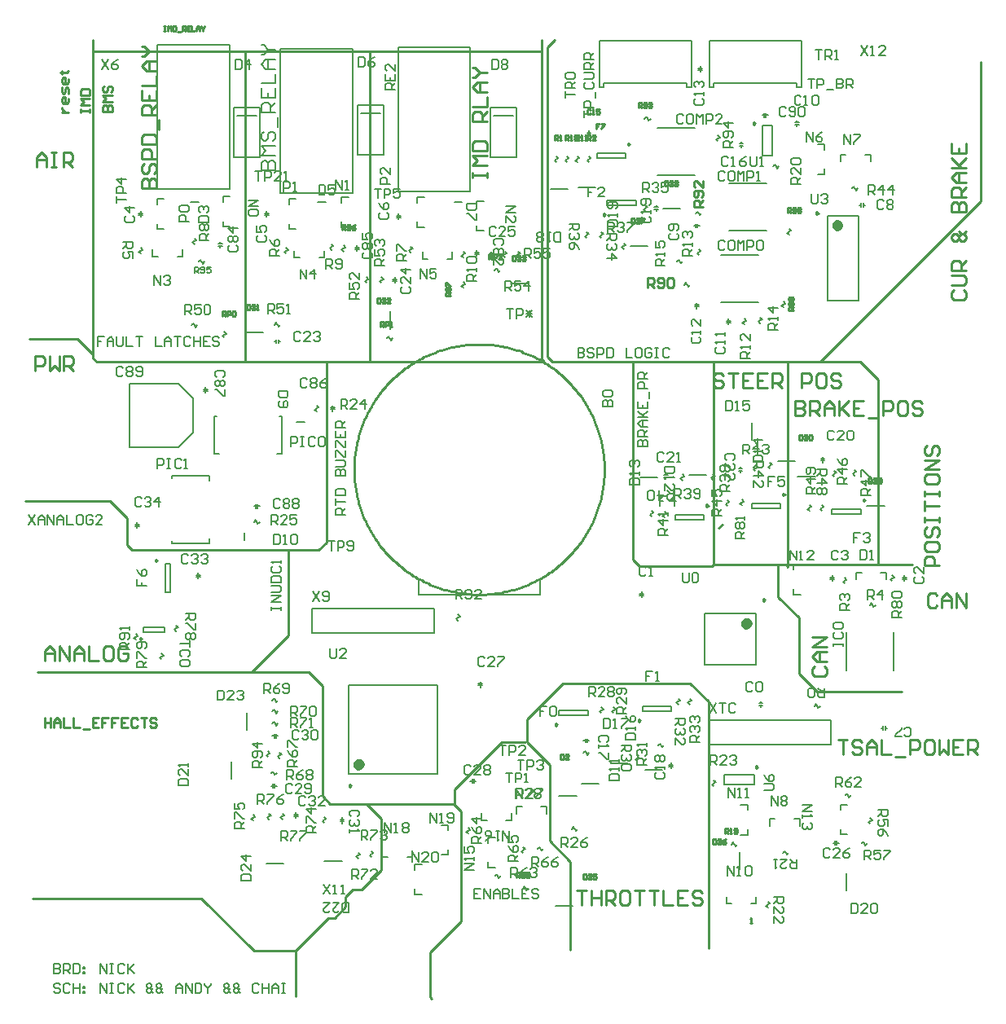
<source format=gto>
G04*
G04 #@! TF.GenerationSoftware,Altium Limited,Altium Designer,19.0.14 (431)*
G04*
G04 Layer_Color=65535*
%FSLAX25Y25*%
%MOIN*%
G70*
G01*
G75*
%ADD10C,0.00394*%
%ADD11C,0.00984*%
%ADD12C,0.02362*%
%ADD13C,0.01000*%
%ADD14C,0.00600*%
%ADD15C,0.00787*%
%ADD16C,0.00591*%
%ADD17C,0.00500*%
%ADD18C,0.00700*%
D10*
X245472Y338524D02*
D03*
X183900Y322047D02*
D03*
X136882Y318445D02*
D03*
X355709Y249587D02*
D03*
X391142Y247579D02*
D03*
X307677Y369094D02*
D03*
X294291Y353878D02*
D03*
X336961Y93701D02*
D03*
X263583Y83977D02*
D03*
X145382Y101260D02*
D03*
X135177Y150902D02*
D03*
X169095Y102303D02*
D03*
X128953Y130902D02*
D03*
X370524Y92145D02*
D03*
X272882Y377823D02*
D03*
X261614Y377106D02*
D03*
X286417Y142347D02*
D03*
X300370Y139705D02*
D03*
X341917Y269358D02*
D03*
X347559Y255709D02*
D03*
X291144Y249272D02*
D03*
X311221Y250059D02*
D03*
X274213Y133937D02*
D03*
X258071Y118835D02*
D03*
D11*
X286819Y390551D02*
X286081Y390977D01*
Y390125D01*
X286819Y390551D01*
X338221Y399031D02*
X337482Y399458D01*
Y398605D01*
X338221Y399031D01*
X276772Y361748D02*
X276033Y362174D01*
Y361322D01*
X276772Y361748D01*
X93410Y220130D02*
X92671Y220556D01*
Y219704D01*
X93410Y220130D01*
X350284Y247126D02*
X349545Y247552D01*
Y246700D01*
X350284Y247126D01*
X318898Y242626D02*
X318160Y243052D01*
Y242200D01*
X318898Y242626D01*
X291122Y154693D02*
X290384Y155119D01*
Y154267D01*
X291122Y154693D01*
X257087Y153110D02*
X256348Y153536D01*
Y152684D01*
X257087Y153110D01*
X172882Y128110D02*
X172144Y128536D01*
Y127684D01*
X172882Y128110D01*
X87122Y188205D02*
X86384Y188631D01*
Y187778D01*
X87122Y188205D01*
X383079Y244894D02*
X382341Y245320D01*
Y244467D01*
X383079Y244894D01*
X339122Y135602D02*
X338384Y136028D01*
Y135176D01*
X339122Y135602D01*
X342039Y204114D02*
X341301Y204540D01*
Y203688D01*
X342039Y204114D01*
X363906Y362291D02*
X363167Y362718D01*
Y361865D01*
X363906Y362291D01*
D12*
X176917Y136772D02*
X176473Y137695D01*
X175473Y137923D01*
X174672Y137284D01*
Y136259D01*
X175473Y135620D01*
X176473Y135848D01*
X176917Y136772D01*
X335642Y194468D02*
X335197Y195392D01*
X334198Y195620D01*
X333397Y194981D01*
Y193956D01*
X334198Y193317D01*
X335197Y193545D01*
X335642Y194468D01*
X372867Y357424D02*
X372422Y358348D01*
X371423Y358576D01*
X370622Y357937D01*
Y356912D01*
X371423Y356273D01*
X372422Y356501D01*
X372867Y357424D01*
D13*
X276323Y257472D02*
X276313Y258471D01*
X276284Y259469D01*
X276235Y260467D01*
X276167Y261463D01*
X276079Y262458D01*
X275972Y263451D01*
X275846Y264442D01*
X275700Y265430D01*
X275536Y266415D01*
X275352Y267396D01*
X275148Y268374D01*
X274926Y269348D01*
X274685Y270317D01*
X274425Y271281D01*
X274146Y272240D01*
X273849Y273193D01*
X273533Y274141D01*
X273198Y275082D01*
X272845Y276016D01*
X272475Y276943D01*
X272086Y277863D01*
X271679Y278775D01*
X271254Y279679D01*
X270812Y280575D01*
X270353Y281461D01*
X269876Y282339D01*
X269382Y283207D01*
X268872Y284065D01*
X268345Y284913D01*
X267801Y285751D01*
X267241Y286578D01*
X266665Y287394D01*
X266073Y288199D01*
X265466Y288991D01*
X264844Y289772D01*
X264206Y290541D01*
X263553Y291297D01*
X262886Y292040D01*
X262204Y292770D01*
X261508Y293486D01*
X260799Y294189D01*
X260076Y294877D01*
X259339Y295552D01*
X258590Y296212D01*
X257827Y296857D01*
X257053Y297487D01*
X256266Y298102D01*
X255467Y298702D01*
X254657Y299286D01*
X253835Y299854D01*
X253003Y300406D01*
X252160Y300941D01*
X251307Y301460D01*
X250444Y301962D01*
X249571Y302447D01*
X248688Y302915D01*
X247797Y303366D01*
X246898Y303800D01*
X245989Y304215D01*
X245073Y304613D01*
X244150Y304993D01*
X243219Y305355D01*
X242281Y305698D01*
X241337Y306024D01*
X240387Y306330D01*
X239430Y306618D01*
X238469Y306888D01*
X237502Y307139D01*
X236531Y307370D01*
X235555Y307583D01*
X234575Y307777D01*
X233592Y307951D01*
X232605Y308106D01*
X231616Y308242D01*
X230624Y308359D01*
X229630Y308456D01*
X228635Y308534D01*
X227638Y308593D01*
X226640Y308632D01*
X225641Y308651D01*
X224642D01*
X223644Y308632D01*
X222646Y308593D01*
X221649Y308534D01*
X220653Y308456D01*
X219659Y308359D01*
X218668Y308242D01*
X217678Y308106D01*
X216692Y307951D01*
X215708Y307777D01*
X214729Y307583D01*
X213753Y307370D01*
X212782Y307139D01*
X211815Y306888D01*
X210853Y306619D01*
X209897Y306330D01*
X208946Y306024D01*
X208002Y305698D01*
X207065Y305355D01*
X206134Y304993D01*
X205210Y304613D01*
X204294Y304215D01*
X203386Y303800D01*
X202486Y303366D01*
X201595Y302915D01*
X200713Y302447D01*
X199840Y301962D01*
X198977Y301460D01*
X198124Y300941D01*
X197281Y300406D01*
X196448Y299854D01*
X195627Y299286D01*
X194816Y298702D01*
X194018Y298102D01*
X193231Y297487D01*
X192456Y296857D01*
X191694Y296212D01*
X190945Y295552D01*
X190208Y294878D01*
X189485Y294189D01*
X188775Y293486D01*
X188079Y292770D01*
X187398Y292040D01*
X186731Y291297D01*
X186078Y290541D01*
X185440Y289772D01*
X184817Y288991D01*
X184210Y288199D01*
X183618Y287394D01*
X183042Y286578D01*
X182483Y285751D01*
X181939Y284914D01*
X181412Y284065D01*
X180901Y283207D01*
X180407Y282339D01*
X179931Y281461D01*
X179471Y280575D01*
X179029Y279679D01*
X178605Y278775D01*
X178198Y277863D01*
X177809Y276943D01*
X177438Y276016D01*
X177085Y275082D01*
X176751Y274141D01*
X176435Y273193D01*
X176137Y272240D01*
X175859Y271281D01*
X175599Y270317D01*
X175357Y269348D01*
X175135Y268374D01*
X174932Y267396D01*
X174748Y266415D01*
X174583Y265430D01*
X174437Y264442D01*
X174311Y263451D01*
X174204Y262458D01*
X174117Y261463D01*
X174048Y260467D01*
X174000Y259470D01*
X173970Y258471D01*
X173961Y257473D01*
X173970Y256474D01*
X174000Y255476D01*
X174048Y254478D01*
X174116Y253482D01*
X174204Y252487D01*
X174311Y251494D01*
X174437Y250503D01*
X174583Y249515D01*
X174748Y248530D01*
X174932Y247549D01*
X175135Y246571D01*
X175357Y245597D01*
X175599Y244628D01*
X175858Y243664D01*
X176137Y242705D01*
X176435Y241752D01*
X176751Y240804D01*
X177085Y239863D01*
X177438Y238929D01*
X177809Y238002D01*
X178198Y237082D01*
X178605Y236170D01*
X179029Y235266D01*
X179471Y234370D01*
X179931Y233484D01*
X180407Y232606D01*
X180901Y231738D01*
X181412Y230880D01*
X181939Y230031D01*
X182482Y229194D01*
X183042Y228367D01*
X183618Y227551D01*
X184210Y226746D01*
X184817Y225954D01*
X185440Y225173D01*
X186078Y224404D01*
X186730Y223648D01*
X187398Y222905D01*
X188079Y222176D01*
X188775Y221459D01*
X189485Y220756D01*
X190208Y220068D01*
X190944Y219393D01*
X191694Y218733D01*
X192456Y218088D01*
X193231Y217458D01*
X194018Y216843D01*
X194816Y216243D01*
X195626Y215659D01*
X196448Y215091D01*
X197280Y214539D01*
X198123Y214004D01*
X198977Y213485D01*
X199840Y212983D01*
X200713Y212498D01*
X201595Y212030D01*
X202486Y211579D01*
X203386Y211145D01*
X204294Y210730D01*
X205210Y210332D01*
X206134Y209952D01*
X207064Y209590D01*
X208002Y209246D01*
X208946Y208921D01*
X209897Y208615D01*
X210853Y208326D01*
X211814Y208057D01*
X212781Y207806D01*
X213753Y207575D01*
X214728Y207362D01*
X215708Y207168D01*
X216691Y206994D01*
X217678Y206838D01*
X218667Y206702D01*
X219659Y206586D01*
X220653Y206488D01*
X221649Y206411D01*
X222646Y206352D01*
X223644Y206313D01*
X224642Y206294D01*
X225641Y206294D01*
X226639Y206313D01*
X227637Y206352D01*
X228634Y206411D01*
X229630Y206488D01*
X230624Y206586D01*
X231616Y206702D01*
X232605Y206838D01*
X233592Y206994D01*
X234575Y207168D01*
X235555Y207362D01*
X236530Y207575D01*
X237502Y207806D01*
X238469Y208057D01*
X239430Y208326D01*
X240386Y208614D01*
X241337Y208921D01*
X242281Y209246D01*
X243219Y209590D01*
X244150Y209952D01*
X245073Y210332D01*
X245989Y210730D01*
X246897Y211145D01*
X247797Y211579D01*
X248688Y212029D01*
X249570Y212497D01*
X250443Y212983D01*
X251307Y213485D01*
X252160Y214004D01*
X253003Y214539D01*
X253835Y215091D01*
X254657Y215659D01*
X255467Y216243D01*
X256266Y216842D01*
X257052Y217457D01*
X257827Y218088D01*
X258589Y218733D01*
X259339Y219393D01*
X260075Y220067D01*
X260799Y220756D01*
X261508Y221459D01*
X262204Y222175D01*
X262886Y222905D01*
X263553Y223648D01*
X264206Y224404D01*
X264843Y225172D01*
X265466Y225953D01*
X266073Y226746D01*
X266665Y227551D01*
X267241Y228366D01*
X267801Y229193D01*
X268344Y230031D01*
X268872Y230879D01*
X269382Y231738D01*
X269876Y232606D01*
X270353Y233483D01*
X270812Y234370D01*
X271254Y235266D01*
X271679Y236170D01*
X272085Y237082D01*
X272474Y238001D01*
X272845Y238929D01*
X273198Y239863D01*
X273533Y240804D01*
X273849Y241751D01*
X274146Y242705D01*
X274425Y243664D01*
X274685Y244628D01*
X274926Y245597D01*
X275148Y246571D01*
X275352Y247549D01*
X275536Y248530D01*
X275700Y249515D01*
X275846Y250503D01*
X275972Y251494D01*
X276079Y252487D01*
X276167Y253482D01*
X276235Y254478D01*
X276284Y255475D01*
X276313Y256474D01*
X276323Y257472D01*
X253150Y430079D02*
X256142Y433071D01*
X44500Y174445D02*
X132142D01*
X180500Y301945D02*
Y428500D01*
X129500Y301945D02*
Y428500D01*
X67000D02*
X250700D01*
X391142Y218445D02*
X402500D01*
X397945Y166500D02*
X398000Y166445D01*
X363291Y166500D02*
X397945D01*
X356000Y173791D02*
X363291Y166500D01*
X356000Y173791D02*
Y196799D01*
X347500Y205299D02*
X356000Y196799D01*
X347500Y205299D02*
Y218445D01*
X319142Y134642D02*
Y162358D01*
X311500Y170000D02*
X319142Y162358D01*
X259300Y170000D02*
X311500D01*
X244600Y155300D02*
X259300Y170000D01*
X244600Y145900D02*
Y155300D01*
X319142Y61500D02*
Y138358D01*
X262500Y61000D02*
Y97000D01*
X254000Y105500D02*
X262500Y97000D01*
X254000Y105500D02*
Y136500D01*
X244600Y145900D02*
X254000Y136500D01*
X234500Y145900D02*
X243939D01*
X215142Y126542D02*
X234500Y145900D01*
X215142Y120000D02*
Y126542D01*
X205142Y41642D02*
X205784Y41000D01*
X205142Y41642D02*
Y60000D01*
X217642Y72500D01*
Y117500D01*
X214642Y120500D02*
X217642Y117500D01*
X179000Y120500D02*
X214642D01*
X150000Y41894D02*
Y60500D01*
X42500Y82000D02*
X111500D01*
X133000Y60500D01*
X150000D01*
X163500Y74000D01*
X166000D01*
X170500Y78500D01*
Y82500D01*
X173500Y85500D01*
X177000D01*
X185000Y93500D01*
Y114500D01*
X179000Y120500D02*
X185000Y114500D01*
X164200Y120500D02*
X179000D01*
X161000Y123700D02*
X164200Y120500D01*
X161000Y123700D02*
Y168886D01*
X155441Y174445D02*
X161000Y168886D01*
X132142Y174445D02*
X155441D01*
X388461Y218764D02*
Y278126D01*
Y294126D01*
X381087Y301500D02*
X388461Y294126D01*
X351512Y301500D02*
X381087D01*
X147142Y189445D02*
Y223945D01*
X132142Y174445D02*
X147142Y189445D01*
X67142Y302945D02*
X68642Y301445D01*
X67142Y302945D02*
Y304445D01*
X60642Y310945D02*
X67142Y304445D01*
X41142Y310945D02*
X60642D01*
X175642Y301445D02*
X186642D01*
X162642D02*
X186642D01*
X162642Y227626D02*
Y301445D01*
X159461Y224445D02*
X162642Y227626D01*
X83142Y224445D02*
X159461D01*
X81142Y226445D02*
X83142Y224445D01*
X81142Y226445D02*
Y237445D01*
X74142Y244445D02*
X81142Y237445D01*
X39370Y244445D02*
X74142D01*
X320642Y218445D02*
X391142D01*
X315642Y301445D02*
X351512D01*
Y264186D02*
Y301445D01*
X350706Y218445D02*
X351512Y217639D01*
Y301500D01*
X288142Y301445D02*
X315642D01*
X321142Y218445D02*
Y301000D01*
X320642Y217945D02*
X321142Y218445D01*
X290642Y217945D02*
X320642D01*
X288142Y220445D02*
X290642Y217945D01*
X288142Y220445D02*
Y301445D01*
X253150Y430079D02*
X253150Y303437D01*
X255142Y301445D01*
X364642D01*
X430500Y367303D01*
Y424303D01*
X250642Y302445D02*
Y433071D01*
Y302445D02*
X251642Y301445D01*
X68642D02*
X251642D01*
X323220Y233402D02*
X324721Y234902D01*
X67142Y433071D02*
X67142Y302945D01*
X71105Y403854D02*
X75041D01*
Y405822D01*
X74385Y406478D01*
X73729D01*
X73073Y405822D01*
Y403854D01*
Y405822D01*
X72417Y406478D01*
X71761D01*
X71105Y405822D01*
Y403854D01*
X75041Y407790D02*
X71105D01*
X72417Y409101D01*
X71105Y410413D01*
X75041D01*
X71761Y414349D02*
X71105Y413693D01*
Y412381D01*
X71761Y411725D01*
X72417D01*
X73073Y412381D01*
Y413693D01*
X73729Y414349D01*
X74385D01*
X75041Y413693D01*
Y412381D01*
X74385Y411725D01*
X61954Y403389D02*
Y404701D01*
Y404045D01*
X65889D01*
Y403389D01*
Y404701D01*
Y406669D02*
X61954D01*
X63266Y407981D01*
X61954Y409293D01*
X65889D01*
X61954Y410605D02*
X65889D01*
Y412573D01*
X65233Y413229D01*
X62609D01*
X61954Y412573D01*
Y410605D01*
X54358Y403389D02*
X56982D01*
X55670D01*
X55014Y404045D01*
X54358Y404701D01*
Y405357D01*
X56982Y409293D02*
Y407981D01*
X56326Y407325D01*
X55014D01*
X54358Y407981D01*
Y409293D01*
X55014Y409949D01*
X55670D01*
Y407325D01*
X56982Y411261D02*
Y413229D01*
X56326Y413885D01*
X55670Y413229D01*
Y411917D01*
X55014Y411261D01*
X54358Y411917D01*
Y413885D01*
X56982Y417164D02*
Y415852D01*
X56326Y415197D01*
X55014D01*
X54358Y415852D01*
Y417164D01*
X55014Y417820D01*
X55670D01*
Y415197D01*
X53702Y419788D02*
X54358D01*
Y419132D01*
Y420444D01*
Y419788D01*
X56326D01*
X56982Y420444D01*
X419360Y330770D02*
X418361Y329771D01*
Y327771D01*
X419360Y326772D01*
X423359D01*
X424359Y327771D01*
Y329771D01*
X423359Y330770D01*
X418361Y332770D02*
X423359D01*
X424359Y333769D01*
Y335769D01*
X423359Y336768D01*
X418361D01*
X424359Y338768D02*
X418361D01*
Y341767D01*
X419360Y342766D01*
X421360D01*
X422359Y341767D01*
Y338768D01*
Y340767D02*
X424359Y342766D01*
Y354763D02*
X423359Y353763D01*
X424359Y352763D01*
Y351764D01*
X423359Y350764D01*
X422359D01*
X421360Y351764D01*
X420360Y350764D01*
X419360D01*
X418361Y351764D01*
Y352763D01*
X419360Y353763D01*
X420360D01*
X421360Y352763D01*
X422359Y353763D01*
X423359D01*
X421360Y354763D02*
X422359Y353763D01*
X421360Y351764D02*
Y352763D01*
X418361Y362760D02*
X424359D01*
Y365759D01*
X423359Y366759D01*
X422359D01*
X421360Y365759D01*
Y362760D01*
Y365759D01*
X420360Y366759D01*
X419360D01*
X418361Y365759D01*
Y362760D01*
X424359Y368758D02*
X418361D01*
Y371757D01*
X419360Y372757D01*
X421360D01*
X422359Y371757D01*
Y368758D01*
Y370757D02*
X424359Y372757D01*
Y374756D02*
X420360D01*
X418361Y376755D01*
X420360Y378755D01*
X424359D01*
X421360D01*
Y374756D01*
X418361Y380754D02*
X424359D01*
X422359D01*
X418361Y384753D01*
X421360Y381754D01*
X424359Y384753D01*
X418361Y390751D02*
Y386752D01*
X424359D01*
Y390751D01*
X421360Y386752D02*
Y388752D01*
X86919Y372398D02*
X92917D01*
Y375397D01*
X91918Y376396D01*
X90918D01*
X89918Y375397D01*
Y372398D01*
Y375397D01*
X88919Y376396D01*
X87919D01*
X86919Y375397D01*
Y372398D01*
X87919Y382394D02*
X86919Y381395D01*
Y379395D01*
X87919Y378396D01*
X88919D01*
X89918Y379395D01*
Y381395D01*
X90918Y382394D01*
X91918D01*
X92917Y381395D01*
Y379395D01*
X91918Y378396D01*
X92917Y384394D02*
X86919D01*
Y387393D01*
X87919Y388392D01*
X89918D01*
X90918Y387393D01*
Y384394D01*
X86919Y390392D02*
X92917D01*
Y393391D01*
X91918Y394391D01*
X87919D01*
X86919Y393391D01*
Y390392D01*
X93917Y396390D02*
Y400389D01*
X92917Y402388D02*
X86919D01*
Y405387D01*
X87919Y406387D01*
X89918D01*
X90918Y405387D01*
Y402388D01*
Y404387D02*
X92917Y406387D01*
X86919Y412385D02*
Y408386D01*
X92917D01*
Y412385D01*
X89918Y408386D02*
Y410385D01*
X86919Y414384D02*
X92917D01*
Y418383D01*
Y420382D02*
X88919D01*
X86919Y422381D01*
X88919Y424381D01*
X92917D01*
X89918D01*
Y420382D01*
X86919Y426380D02*
X87919D01*
X89918Y428379D01*
X87919Y430379D01*
X86919D01*
X89918Y428379D02*
X92917D01*
X222348Y376760D02*
Y378759D01*
Y377760D01*
X228346D01*
Y376760D01*
Y378759D01*
Y381758D02*
X222348D01*
X224348Y383758D01*
X222348Y385757D01*
X228346D01*
X222348Y387756D02*
X228346D01*
Y390755D01*
X227347Y391755D01*
X223348D01*
X222348Y390755D01*
Y387756D01*
X228346Y399752D02*
X222348D01*
Y402751D01*
X223348Y403751D01*
X225347D01*
X226347Y402751D01*
Y399752D01*
Y401752D02*
X228346Y403751D01*
X222348Y405751D02*
X228346D01*
Y409749D01*
Y411749D02*
X224348D01*
X222348Y413748D01*
X224348Y415747D01*
X228346D01*
X225347D01*
Y411749D01*
X222348Y417747D02*
X223348D01*
X225347Y419746D01*
X223348Y421745D01*
X222348D01*
X225347Y419746D02*
X228346D01*
X325164Y295692D02*
X324164Y296692D01*
X322165D01*
X321165Y295692D01*
Y294693D01*
X322165Y293693D01*
X324164D01*
X325164Y292693D01*
Y291694D01*
X324164Y290694D01*
X322165D01*
X321165Y291694D01*
X327163Y296692D02*
X331162D01*
X329163D01*
Y290694D01*
X337160Y296692D02*
X333161D01*
Y290694D01*
X337160D01*
X333161Y293693D02*
X335161D01*
X343158Y296692D02*
X339159D01*
Y290694D01*
X343158D01*
X339159Y293693D02*
X341159D01*
X345158Y290694D02*
Y296692D01*
X348157D01*
X349156Y295692D01*
Y293693D01*
X348157Y292693D01*
X345158D01*
X347157D02*
X349156Y290694D01*
X357154D02*
Y296692D01*
X360153D01*
X361152Y295692D01*
Y293693D01*
X360153Y292693D01*
X357154D01*
X366151Y296692D02*
X364152D01*
X363152Y295692D01*
Y291694D01*
X364152Y290694D01*
X366151D01*
X367150Y291694D01*
Y295692D01*
X366151Y296692D01*
X373148Y295692D02*
X372149Y296692D01*
X370149D01*
X369150Y295692D01*
Y294693D01*
X370149Y293693D01*
X372149D01*
X373148Y292693D01*
Y291694D01*
X372149Y290694D01*
X370149D01*
X369150Y291694D01*
X354331Y285443D02*
Y279445D01*
X357330D01*
X358329Y280445D01*
Y281444D01*
X357330Y282444D01*
X354331D01*
X357330D01*
X358329Y283444D01*
Y284443D01*
X357330Y285443D01*
X354331D01*
X360329Y279445D02*
Y285443D01*
X363328D01*
X364328Y284443D01*
Y282444D01*
X363328Y281444D01*
X360329D01*
X362328D02*
X364328Y279445D01*
X366327D02*
Y283444D01*
X368326Y285443D01*
X370325Y283444D01*
Y279445D01*
Y282444D01*
X366327D01*
X372325Y285443D02*
Y279445D01*
Y281444D01*
X376324Y285443D01*
X373325Y282444D01*
X376324Y279445D01*
X382322Y285443D02*
X378323D01*
Y279445D01*
X382322D01*
X378323Y282444D02*
X380322D01*
X384321Y278445D02*
X388320D01*
X390319Y279445D02*
Y285443D01*
X393318D01*
X394318Y284443D01*
Y282444D01*
X393318Y281444D01*
X390319D01*
X399316Y285443D02*
X397317D01*
X396317Y284443D01*
Y280445D01*
X397317Y279445D01*
X399316D01*
X400316Y280445D01*
Y284443D01*
X399316Y285443D01*
X406314Y284443D02*
X405314Y285443D01*
X403315D01*
X402315Y284443D01*
Y283444D01*
X403315Y282444D01*
X405314D01*
X406314Y281444D01*
Y280445D01*
X405314Y279445D01*
X403315D01*
X402315Y280445D01*
X362372Y176999D02*
X361372Y175999D01*
Y174000D01*
X362372Y173000D01*
X366370D01*
X367370Y174000D01*
Y175999D01*
X366370Y176999D01*
X367370Y178998D02*
X363371D01*
X361372Y180997D01*
X363371Y182997D01*
X367370D01*
X364371D01*
Y178998D01*
X367370Y184996D02*
X361372D01*
X367370Y188995D01*
X361372D01*
X47500Y179189D02*
Y183188D01*
X49499Y185187D01*
X51499Y183188D01*
Y179189D01*
Y182188D01*
X47500D01*
X53498Y179189D02*
Y185187D01*
X57497Y179189D01*
Y185187D01*
X59496Y179189D02*
Y183188D01*
X61496Y185187D01*
X63495Y183188D01*
Y179189D01*
Y182188D01*
X59496D01*
X65494Y185187D02*
Y179189D01*
X69493D01*
X74491Y185187D02*
X72492D01*
X71492Y184187D01*
Y180189D01*
X72492Y179189D01*
X74491D01*
X75491Y180189D01*
Y184187D01*
X74491Y185187D01*
X81489Y184187D02*
X80489Y185187D01*
X78490D01*
X77490Y184187D01*
Y180189D01*
X78490Y179189D01*
X80489D01*
X81489Y180189D01*
Y182188D01*
X79490D01*
X325775Y108569D02*
Y110568D01*
X326775D01*
X327108Y110235D01*
Y109568D01*
X326775Y109235D01*
X325775D01*
X326441D02*
X327108Y108569D01*
X327774D02*
X328441D01*
X328107D01*
Y110568D01*
X327774Y110235D01*
X329440Y108902D02*
X329773Y108569D01*
X330440D01*
X330773Y108902D01*
Y110235D01*
X330440Y110568D01*
X329773D01*
X329440Y110235D01*
Y109901D01*
X329773Y109568D01*
X330773D01*
X260300Y392119D02*
Y394118D01*
X261300D01*
X261633Y393785D01*
Y393119D01*
X261300Y392785D01*
X260300D01*
X260966D02*
X261633Y392119D01*
X262299D02*
X262966D01*
X262633D01*
Y394118D01*
X262299Y393785D01*
X263966D02*
X264299Y394118D01*
X264965D01*
X265298Y393785D01*
Y393452D01*
X264965Y393119D01*
X265298Y392785D01*
Y392452D01*
X264965Y392119D01*
X264299D01*
X263966Y392452D01*
Y392785D01*
X264299Y393119D01*
X263966Y393452D01*
Y393785D01*
X264299Y393119D02*
X264965D01*
X264673Y392128D02*
Y394127D01*
X265672D01*
X266006Y393794D01*
Y393128D01*
X265672Y392794D01*
X264673D01*
X265339D02*
X266006Y392128D01*
X266672D02*
X267339D01*
X267005D01*
Y394127D01*
X266672Y393794D01*
X268338Y392128D02*
X269005D01*
X268671D01*
Y394127D01*
X268338Y393794D01*
X269397Y392128D02*
Y394127D01*
X270397D01*
X270730Y393794D01*
Y393128D01*
X270397Y392794D01*
X269397D01*
X270064D02*
X270730Y392128D01*
X272729D02*
X271397D01*
X272729Y393461D01*
Y393794D01*
X272396Y394127D01*
X271730D01*
X271397Y393794D01*
X256051Y392094D02*
Y394093D01*
X257051D01*
X257384Y393760D01*
Y393093D01*
X257051Y392760D01*
X256051D01*
X256718D02*
X257384Y392094D01*
X258050D02*
X258717D01*
X258384D01*
Y394093D01*
X258050Y393760D01*
X274533Y398848D02*
X273200D01*
Y397849D01*
X273866D01*
X273200D01*
Y396849D01*
X275199Y398848D02*
X276532D01*
Y398515D01*
X275199Y397182D01*
Y396849D01*
X238670Y344882D02*
Y342883D01*
X239670D01*
X240003Y343216D01*
Y344549D01*
X239670Y344882D01*
X238670D01*
X240669Y344549D02*
X241003Y344882D01*
X241669D01*
X242002Y344549D01*
Y344216D01*
X241669Y343882D01*
X241336D01*
X241669D01*
X242002Y343549D01*
Y343216D01*
X241669Y342883D01*
X241003D01*
X240669Y343216D01*
X242669Y344549D02*
X243002Y344882D01*
X243668D01*
X244002Y344549D01*
Y344216D01*
X243668Y343882D01*
X243335D01*
X243668D01*
X244002Y343549D01*
Y343216D01*
X243668Y342883D01*
X243002D01*
X242669Y343216D01*
X183349Y327558D02*
Y325559D01*
X184348D01*
X184682Y325892D01*
Y327225D01*
X184348Y327558D01*
X183349D01*
X185348Y327225D02*
X185681Y327558D01*
X186348D01*
X186681Y327225D01*
Y326892D01*
X186348Y326559D01*
X186015D01*
X186348D01*
X186681Y326225D01*
Y325892D01*
X186348Y325559D01*
X185681D01*
X185348Y325892D01*
X188680Y325559D02*
X187347D01*
X188680Y326892D01*
Y327225D01*
X188347Y327558D01*
X187681D01*
X187347Y327225D01*
X130084Y324745D02*
Y322746D01*
X131083D01*
X131416Y323079D01*
Y324412D01*
X131083Y324745D01*
X130084D01*
X132083Y324412D02*
X132416Y324745D01*
X133082D01*
X133416Y324412D01*
Y324079D01*
X133082Y323745D01*
X132749D01*
X133082D01*
X133416Y323412D01*
Y323079D01*
X133082Y322746D01*
X132416D01*
X132083Y323079D01*
X134082Y322746D02*
X134749D01*
X134415D01*
Y324745D01*
X134082Y324412D01*
X356005Y271551D02*
Y269552D01*
X357005D01*
X357338Y269885D01*
Y271218D01*
X357005Y271551D01*
X356005D01*
X358004Y271218D02*
X358338Y271551D01*
X359004D01*
X359337Y271218D01*
Y270884D01*
X359004Y270551D01*
X358671D01*
X359004D01*
X359337Y270218D01*
Y269885D01*
X359004Y269552D01*
X358338D01*
X358004Y269885D01*
X360004Y271218D02*
X360337Y271551D01*
X361003D01*
X361337Y271218D01*
Y269885D01*
X361003Y269552D01*
X360337D01*
X360004Y269885D01*
Y271218D01*
X384376Y253962D02*
Y251962D01*
X385375D01*
X385708Y252295D01*
Y253628D01*
X385375Y253962D01*
X384376D01*
X387708Y251962D02*
X386375D01*
X387708Y253295D01*
Y253628D01*
X387375Y253962D01*
X386708D01*
X386375Y253628D01*
X388374Y252295D02*
X388707Y251962D01*
X389374D01*
X389707Y252295D01*
Y253628D01*
X389374Y253962D01*
X388707D01*
X388374Y253628D01*
Y253295D01*
X388707Y252962D01*
X389707D01*
X300921Y375433D02*
Y373434D01*
X301920D01*
X302253Y373767D01*
Y375100D01*
X301920Y375433D01*
X300921D01*
X304253Y373434D02*
X302920D01*
X304253Y374767D01*
Y375100D01*
X303920Y375433D01*
X303253D01*
X302920Y375100D01*
X304919D02*
X305252Y375433D01*
X305919D01*
X306252Y375100D01*
Y374767D01*
X305919Y374433D01*
X306252Y374100D01*
Y373767D01*
X305919Y373434D01*
X305252D01*
X304919Y373767D01*
Y374100D01*
X305252Y374433D01*
X304919Y374767D01*
Y375100D01*
X305252Y374433D02*
X305919D01*
X287506Y360191D02*
Y358191D01*
X288506D01*
X288839Y358525D01*
Y359858D01*
X288506Y360191D01*
X287506D01*
X290839Y358191D02*
X289506D01*
X290839Y359524D01*
Y359858D01*
X290505Y360191D01*
X289839D01*
X289506Y359858D01*
X291505Y360191D02*
X292838D01*
Y359858D01*
X291505Y358525D01*
Y358191D01*
X320807Y106255D02*
Y104256D01*
X321807D01*
X322140Y104589D01*
Y105922D01*
X321807Y106255D01*
X320807D01*
X324139Y104256D02*
X322806D01*
X324139Y105589D01*
Y105922D01*
X323806Y106255D01*
X323140D01*
X322806Y105922D01*
X326139Y106255D02*
X325472Y105922D01*
X324806Y105256D01*
Y104589D01*
X325139Y104256D01*
X325805D01*
X326139Y104589D01*
Y104922D01*
X325805Y105256D01*
X324806D01*
X258376Y140790D02*
Y138790D01*
X259375D01*
X259708Y139123D01*
Y140456D01*
X259375Y140790D01*
X258376D01*
X261708Y138790D02*
X260375D01*
X261708Y140123D01*
Y140456D01*
X261375Y140790D01*
X260708D01*
X260375Y140456D01*
X270730Y404361D02*
X270397Y404694D01*
X269730D01*
X269397Y404361D01*
Y403028D01*
X269730Y402695D01*
X270397D01*
X270730Y403028D01*
X271397Y402695D02*
X272063D01*
X271730D01*
Y404694D01*
X271397Y404361D01*
X274396Y404694D02*
X273063D01*
Y403695D01*
X273729Y404028D01*
X274062D01*
X274396Y403695D01*
Y403028D01*
X274062Y402695D01*
X273396D01*
X273063Y403028D01*
X267717Y91704D02*
Y89705D01*
X268716D01*
X269049Y90038D01*
Y91371D01*
X268716Y91704D01*
X267717D01*
X271049Y89705D02*
X269716D01*
X271049Y91038D01*
Y91371D01*
X270716Y91704D01*
X270049D01*
X269716Y91371D01*
X273048Y91704D02*
X271715D01*
Y90704D01*
X272382Y91038D01*
X272715D01*
X273048Y90704D01*
Y90038D01*
X272715Y89705D01*
X272048D01*
X271715Y90038D01*
X240337Y90645D02*
Y92645D01*
X241336D01*
X241670Y92312D01*
Y91645D01*
X241336Y91312D01*
X240337D01*
X241003D02*
X241670Y90645D01*
X242336Y90979D02*
X242669Y90645D01*
X243336D01*
X243669Y90979D01*
Y92312D01*
X243336Y92645D01*
X242669D01*
X242336Y92312D01*
Y91978D01*
X242669Y91645D01*
X243669D01*
X244336Y90979D02*
X244669Y90645D01*
X245335D01*
X245668Y90979D01*
Y92312D01*
X245335Y92645D01*
X244669D01*
X244336Y92312D01*
Y91978D01*
X244669Y91645D01*
X245668D01*
X213516Y328492D02*
X211516D01*
Y329492D01*
X211850Y329825D01*
X212516D01*
X212849Y329492D01*
Y328492D01*
Y329159D02*
X213516Y329825D01*
X213182Y330491D02*
X213516Y330825D01*
Y331491D01*
X213182Y331824D01*
X211850D01*
X211516Y331491D01*
Y330825D01*
X211850Y330491D01*
X212183D01*
X212516Y330825D01*
Y331824D01*
X211516Y332491D02*
Y333824D01*
X211850D01*
X213182Y332491D01*
X213516D01*
X169000Y355600D02*
Y357599D01*
X170000D01*
X170333Y357266D01*
Y356600D01*
X170000Y356266D01*
X169000D01*
X169667D02*
X170333Y355600D01*
X170999Y355933D02*
X171333Y355600D01*
X171999D01*
X172332Y355933D01*
Y357266D01*
X171999Y357599D01*
X171333D01*
X170999Y357266D01*
Y356933D01*
X171333Y356600D01*
X172332D01*
X174332Y357599D02*
X173665Y357266D01*
X172999Y356600D01*
Y355933D01*
X173332Y355600D01*
X173998D01*
X174332Y355933D01*
Y356266D01*
X173998Y356600D01*
X172999D01*
X95902Y439007D02*
X96568D01*
X96235D01*
Y437008D01*
X95902D01*
X96568D01*
X97568D02*
Y439007D01*
X98234Y438341D01*
X98901Y439007D01*
Y437008D01*
X99567Y439007D02*
Y437008D01*
X100567D01*
X100900Y437341D01*
Y438674D01*
X100567Y439007D01*
X99567D01*
X101566Y436675D02*
X102899D01*
X103566Y437008D02*
Y439007D01*
X104565D01*
X104899Y438674D01*
Y438007D01*
X104565Y437674D01*
X103566D01*
X104232D02*
X104899Y437008D01*
X106898Y439007D02*
X105565D01*
Y437008D01*
X106898D01*
X105565Y438007D02*
X106231D01*
X107564Y439007D02*
Y437008D01*
X108897D01*
X109564D02*
Y438341D01*
X110230Y439007D01*
X110897Y438341D01*
Y437008D01*
Y438007D01*
X109564D01*
X111563Y439007D02*
Y438674D01*
X112230Y438007D01*
X112896Y438674D01*
Y439007D01*
X112230Y438007D02*
Y437008D01*
X290384Y405600D02*
Y407599D01*
X291384D01*
X291717Y407266D01*
Y406600D01*
X291384Y406266D01*
X290384D01*
X291051D02*
X291717Y405600D01*
X292383Y405933D02*
X292717Y405600D01*
X293383D01*
X293716Y405933D01*
Y407266D01*
X293383Y407599D01*
X292717D01*
X292383Y407266D01*
Y406933D01*
X292717Y406600D01*
X293716D01*
X294383Y407266D02*
X294716Y407599D01*
X295382D01*
X295716Y407266D01*
Y406933D01*
X295382Y406600D01*
X295049D01*
X295382D01*
X295716Y406266D01*
Y405933D01*
X295382Y405600D01*
X294716D01*
X294383Y405933D01*
X316837Y364961D02*
X312901D01*
Y366929D01*
X313557Y367584D01*
X314869D01*
X315525Y366929D01*
Y364961D01*
Y366272D02*
X316837Y367584D01*
X316181Y368896D02*
X316837Y369552D01*
Y370864D01*
X316181Y371520D01*
X313557D01*
X312901Y370864D01*
Y369552D01*
X313557Y368896D01*
X314213D01*
X314869Y369552D01*
Y371520D01*
X316837Y375456D02*
Y372832D01*
X314213Y375456D01*
X313557D01*
X312901Y374800D01*
Y373488D01*
X313557Y372832D01*
X351369Y362400D02*
Y364399D01*
X352369D01*
X352702Y364066D01*
Y363400D01*
X352369Y363066D01*
X351369D01*
X352036D02*
X352702Y362400D01*
X353369Y362733D02*
X353702Y362400D01*
X354368D01*
X354701Y362733D01*
Y364066D01*
X354368Y364399D01*
X353702D01*
X353369Y364066D01*
Y363733D01*
X353702Y363400D01*
X354701D01*
X355368Y364066D02*
X355701Y364399D01*
X356368D01*
X356701Y364066D01*
Y363733D01*
X356368Y363400D01*
X356701Y363066D01*
Y362733D01*
X356368Y362400D01*
X355701D01*
X355368Y362733D01*
Y363066D01*
X355701Y363400D01*
X355368Y363733D01*
Y364066D01*
X355701Y363400D02*
X356368D01*
X294094Y331890D02*
Y335825D01*
X296062D01*
X296718Y335170D01*
Y333858D01*
X296062Y333202D01*
X294094D01*
X295406D02*
X296718Y331890D01*
X298030Y332546D02*
X298686Y331890D01*
X299998D01*
X300654Y332546D01*
Y335170D01*
X299998Y335825D01*
X298686D01*
X298030Y335170D01*
Y334514D01*
X298686Y333858D01*
X300654D01*
X301966Y335170D02*
X302622Y335825D01*
X303934D01*
X304590Y335170D01*
Y332546D01*
X303934Y331890D01*
X302622D01*
X301966Y332546D01*
Y335170D01*
X353756Y322445D02*
X351757D01*
Y323445D01*
X352090Y323778D01*
X352757D01*
X353090Y323445D01*
Y322445D01*
Y323111D02*
X353756Y323778D01*
X352090Y324444D02*
X351757Y324778D01*
Y325444D01*
X352090Y325777D01*
X352423D01*
X352757Y325444D01*
X353090Y325777D01*
X353423D01*
X353756Y325444D01*
Y324778D01*
X353423Y324444D01*
X353090D01*
X352757Y324778D01*
X352423Y324444D01*
X352090D01*
X352757Y324778D02*
Y325444D01*
X353423Y326444D02*
X353756Y326777D01*
Y327443D01*
X353423Y327777D01*
X352090D01*
X351757Y327443D01*
Y326777D01*
X352090Y326444D01*
X352423D01*
X352757Y326777D01*
Y327777D01*
X371933Y146872D02*
X375869D01*
X373901D01*
Y140969D01*
X381772Y145888D02*
X380788Y146872D01*
X378821D01*
X377837Y145888D01*
Y144904D01*
X378821Y143920D01*
X380788D01*
X381772Y142936D01*
Y141952D01*
X380788Y140969D01*
X378821D01*
X377837Y141952D01*
X383740Y140969D02*
Y144904D01*
X385708Y146872D01*
X387676Y144904D01*
Y140969D01*
Y143920D01*
X383740D01*
X389644Y146872D02*
Y140969D01*
X393580D01*
X395548Y139985D02*
X399483D01*
X401451Y140969D02*
Y146872D01*
X404403D01*
X405387Y145888D01*
Y143920D01*
X404403Y142936D01*
X401451D01*
X410307Y146872D02*
X408339D01*
X407355Y145888D01*
Y141952D01*
X408339Y140969D01*
X410307D01*
X411290Y141952D01*
Y145888D01*
X410307Y146872D01*
X413258D02*
Y140969D01*
X415226Y142936D01*
X417194Y140969D01*
Y146872D01*
X423098D02*
X419162D01*
Y140969D01*
X423098D01*
X419162Y143920D02*
X421130D01*
X425066Y140969D02*
Y146872D01*
X428017D01*
X429001Y145888D01*
Y143920D01*
X428017Y142936D01*
X425066D01*
X427033D02*
X429001Y140969D01*
X265092Y85207D02*
X269028D01*
X267060D01*
Y79304D01*
X270996Y85207D02*
Y79304D01*
Y82255D01*
X274932D01*
Y85207D01*
Y79304D01*
X276900D02*
Y85207D01*
X279851D01*
X280835Y84223D01*
Y82255D01*
X279851Y81271D01*
X276900D01*
X278868D02*
X280835Y79304D01*
X285755Y85207D02*
X283787D01*
X282803Y84223D01*
Y80288D01*
X283787Y79304D01*
X285755D01*
X286739Y80288D01*
Y84223D01*
X285755Y85207D01*
X288707D02*
X292643D01*
X290675D01*
Y79304D01*
X294610Y85207D02*
X298546D01*
X296578D01*
Y79304D01*
X300514Y85207D02*
Y79304D01*
X304450D01*
X310353Y85207D02*
X306418D01*
Y79304D01*
X310353D01*
X306418Y82255D02*
X308385D01*
X316257Y84223D02*
X315273Y85207D01*
X313305D01*
X312321Y84223D01*
Y83239D01*
X313305Y82255D01*
X315273D01*
X316257Y81271D01*
Y80288D01*
X315273Y79304D01*
X313305D01*
X312321Y80288D01*
X43400Y297800D02*
Y303704D01*
X46352D01*
X47336Y302720D01*
Y300752D01*
X46352Y299768D01*
X43400D01*
X49304Y303704D02*
Y297800D01*
X51271Y299768D01*
X53239Y297800D01*
Y303704D01*
X55207Y297800D02*
Y303704D01*
X58159D01*
X59143Y302720D01*
Y300752D01*
X58159Y299768D01*
X55207D01*
X57175D02*
X59143Y297800D01*
X413386Y218036D02*
X407482D01*
Y220988D01*
X408466Y221972D01*
X410434D01*
X411418Y220988D01*
Y218036D01*
X407482Y226891D02*
Y224923D01*
X408466Y223939D01*
X412402D01*
X413386Y224923D01*
Y226891D01*
X412402Y227875D01*
X408466D01*
X407482Y226891D01*
X408466Y233779D02*
X407482Y232795D01*
Y230827D01*
X408466Y229843D01*
X409450D01*
X410434Y230827D01*
Y232795D01*
X411418Y233779D01*
X412402D01*
X413386Y232795D01*
Y230827D01*
X412402Y229843D01*
X407482Y235747D02*
Y237715D01*
Y236731D01*
X413386D01*
Y235747D01*
Y237715D01*
X407482Y240666D02*
Y244602D01*
Y242634D01*
X413386D01*
X407482Y246570D02*
Y248538D01*
Y247554D01*
X413386D01*
Y246570D01*
Y248538D01*
X407482Y254441D02*
Y252473D01*
X408466Y251490D01*
X412402D01*
X413386Y252473D01*
Y254441D01*
X412402Y255425D01*
X408466D01*
X407482Y254441D01*
X413386Y257393D02*
X407482D01*
X413386Y261329D01*
X407482D01*
X408466Y267232D02*
X407482Y266249D01*
Y264281D01*
X408466Y263297D01*
X409450D01*
X410434Y264281D01*
Y266249D01*
X411418Y267232D01*
X412402D01*
X413386Y266249D01*
Y264281D01*
X412402Y263297D01*
X47244Y155865D02*
Y151929D01*
Y153897D01*
X49868D01*
Y155865D01*
Y151929D01*
X51180D02*
Y154553D01*
X52492Y155865D01*
X53804Y154553D01*
Y151929D01*
Y153897D01*
X51180D01*
X55116Y155865D02*
Y151929D01*
X57739D01*
X59051Y155865D02*
Y151929D01*
X61675D01*
X62987Y151273D02*
X65611D01*
X69547Y155865D02*
X66923D01*
Y151929D01*
X69547D01*
X66923Y153897D02*
X68235D01*
X73482Y155865D02*
X70859D01*
Y153897D01*
X72170D01*
X70859D01*
Y151929D01*
X77418Y155865D02*
X74794D01*
Y153897D01*
X76106D01*
X74794D01*
Y151929D01*
X81354Y155865D02*
X78730D01*
Y151929D01*
X81354D01*
X78730Y153897D02*
X80042D01*
X85290Y155209D02*
X84634Y155865D01*
X83322D01*
X82666Y155209D01*
Y152585D01*
X83322Y151929D01*
X84634D01*
X85290Y152585D01*
X86602Y155865D02*
X89225D01*
X87913D01*
Y151929D01*
X93161Y155209D02*
X92505Y155865D01*
X91193D01*
X90537Y155209D01*
Y154553D01*
X91193Y153897D01*
X92505D01*
X93161Y153241D01*
Y152585D01*
X92505Y151929D01*
X91193D01*
X90537Y152585D01*
X412549Y205707D02*
X411565Y206691D01*
X409597D01*
X408614Y205707D01*
Y201771D01*
X409597Y200787D01*
X411565D01*
X412549Y201771D01*
X414517Y200787D02*
Y204723D01*
X416485Y206691D01*
X418453Y204723D01*
Y200787D01*
Y203739D01*
X414517D01*
X420421Y200787D02*
Y206691D01*
X424357Y200787D01*
Y206691D01*
X44100Y381200D02*
Y385136D01*
X46068Y387104D01*
X48036Y385136D01*
Y381200D01*
Y384152D01*
X44100D01*
X50004Y387104D02*
X51972D01*
X50987D01*
Y381200D01*
X50004D01*
X51972D01*
X54923D02*
Y387104D01*
X57875D01*
X58859Y386120D01*
Y384152D01*
X57875Y383168D01*
X54923D01*
X56891D02*
X58859Y381200D01*
X336100Y72000D02*
X336766D01*
X336433D01*
Y73999D01*
X336100Y73666D01*
X228930Y343595D02*
Y345594D01*
X229930D01*
X230263Y345261D01*
Y344594D01*
X229930Y344261D01*
X228930D01*
X229596D02*
X230263Y343595D01*
X230929D02*
Y345594D01*
X231929D01*
X232262Y345261D01*
Y344594D01*
X231929Y344261D01*
X230929D01*
X234262Y343595D02*
X232929D01*
X234262Y344927D01*
Y345261D01*
X233928Y345594D01*
X233262D01*
X232929Y345261D01*
X184824Y315737D02*
Y317736D01*
X185823D01*
X186156Y317403D01*
Y316737D01*
X185823Y316404D01*
X184824D01*
X185490D02*
X186156Y315737D01*
X186823D02*
Y317736D01*
X187823D01*
X188156Y317403D01*
Y316737D01*
X187823Y316404D01*
X186823D01*
X188822Y315737D02*
X189489D01*
X189155D01*
Y317736D01*
X188822Y317403D01*
X120155Y320337D02*
Y322336D01*
X121155D01*
X121488Y322003D01*
Y321337D01*
X121155Y321004D01*
X120155D01*
X120822D02*
X121488Y320337D01*
X122154D02*
Y322336D01*
X123154D01*
X123487Y322003D01*
Y321337D01*
X123154Y321004D01*
X122154D01*
X124154Y322003D02*
X124487Y322336D01*
X125154D01*
X125487Y322003D01*
Y320670D01*
X125154Y320337D01*
X124487D01*
X124154Y320670D01*
Y322003D01*
D14*
X233075Y338158D02*
X233862Y338945D01*
X232288Y339732D02*
X233075Y338158D01*
X231500Y338945D02*
X232288Y339732D01*
X187384Y311024D02*
X188172Y311811D01*
X188959Y310236D01*
X189746Y311024D01*
X120079Y312205D02*
X120866Y311417D01*
X120079Y312205D02*
X121653Y312992D01*
X120866Y313779D02*
X121653Y312992D01*
X244488Y85177D02*
X245276Y85965D01*
X243701Y86752D02*
X244488Y85177D01*
X242913Y85965D02*
X243701Y86752D01*
X351213Y354259D02*
X352000Y353472D01*
X351213Y354259D02*
X352787Y355047D01*
X352000Y355834D02*
X352787Y355047D01*
X217854Y332551D02*
X218642Y331764D01*
X217854Y332551D02*
X219429Y333339D01*
X218642Y334126D02*
X219429Y333339D01*
X169642Y349039D02*
X170429Y348252D01*
X168854Y347464D02*
X170429Y348252D01*
X168854Y347464D02*
X169642Y346677D01*
X111988Y341657D02*
X112776Y342445D01*
X111201Y343232D02*
X111988Y341657D01*
X110413Y342445D02*
X111201Y343232D01*
X137902Y140551D02*
X138689Y139764D01*
X137902Y140551D02*
X139476Y141339D01*
X138689Y142126D02*
X139476Y141339D01*
X322835Y394079D02*
X323622Y393291D01*
X322047Y392504D02*
X323622Y393291D01*
X322047Y392504D02*
X322835Y391717D01*
X292894Y400945D02*
X293681Y401732D01*
X294468Y400157D01*
X295256Y400945D01*
X216535Y198031D02*
X217323Y197244D01*
X215748Y196457D02*
X217323Y197244D01*
X215748Y196457D02*
X216535Y195669D01*
X315441Y361417D02*
X316228Y362205D01*
X314653Y362992D02*
X315441Y361417D01*
X313866Y362205D02*
X314653Y362992D01*
X84642Y190114D02*
X85429Y189327D01*
X83854Y188539D02*
X85429Y189327D01*
X83854Y188539D02*
X84642Y187752D01*
X309039Y332945D02*
X309827Y333732D01*
X310614Y332157D01*
X311402Y332945D01*
X348807Y324551D02*
X349594Y323764D01*
X348807Y324551D02*
X350382Y325339D01*
X349594Y326126D02*
X350382Y325339D01*
X332622Y245079D02*
X333410Y244291D01*
X331835Y243504D02*
X333410Y244291D01*
X331835Y243504D02*
X332622Y242717D01*
X393354Y212551D02*
X394142Y211764D01*
X393354Y212551D02*
X394929Y213339D01*
X394142Y214126D02*
X394929Y213339D01*
X94354Y180551D02*
X95142Y179764D01*
X94354Y180551D02*
X95929Y181339D01*
X95142Y182126D02*
X95929Y181339D01*
X100402Y192051D02*
X101189Y191264D01*
X100402Y192051D02*
X101976Y192839D01*
X101189Y193626D02*
X101976Y192839D01*
X144642Y116673D02*
X145429Y115886D01*
X143854Y115098D02*
X145429Y115886D01*
X143854Y115098D02*
X144642Y114311D01*
X139142Y116632D02*
X139929Y115845D01*
X138354Y115058D02*
X139929Y115845D01*
X138354Y115058D02*
X139142Y114270D01*
X131854Y114551D02*
X132642Y113764D01*
X131854Y114551D02*
X133429Y115339D01*
X132642Y116126D02*
X133429Y115339D01*
X161736Y115173D02*
X162524Y114386D01*
X160949Y113598D02*
X162524Y114386D01*
X160949Y113598D02*
X161736Y112811D01*
X180264Y99598D02*
X181051Y98811D01*
X180264Y99598D02*
X181839Y100386D01*
X181051Y101173D02*
X181839Y100386D01*
X175642Y100626D02*
X176429Y99839D01*
X174854Y99051D02*
X176429Y99839D01*
X174854Y99051D02*
X175642Y98264D01*
X142035Y152657D02*
X142823Y153445D01*
X141248Y154232D02*
X142035Y152657D01*
X140461Y153445D02*
X141248Y154232D01*
X142035Y157658D02*
X142823Y158445D01*
X141248Y159232D02*
X142035Y157658D01*
X140461Y158445D02*
X141248Y159232D01*
X140461Y162945D02*
X141248Y163732D01*
X142035Y162157D01*
X142823Y162945D01*
X141535Y132417D02*
X142323Y133205D01*
X140748Y133992D02*
X141535Y132417D01*
X139961Y133205D02*
X140748Y133992D01*
X143547Y141626D02*
X144335Y140839D01*
X142760Y140051D02*
X144335Y140839D01*
X142760Y140051D02*
X143547Y139264D01*
X249008Y102146D02*
X249795Y102933D01*
X250583Y101358D01*
X251370Y102146D01*
X243122Y102825D02*
X243910Y102037D01*
X242335Y101250D02*
X243910Y102037D01*
X242335Y101250D02*
X243122Y100462D01*
X220622Y110777D02*
X221410Y109990D01*
X219835Y109203D02*
X221410Y109990D01*
X219835Y109203D02*
X220622Y108415D01*
X233209Y90258D02*
X233996Y91045D01*
X232422Y91833D02*
X233209Y90258D01*
X231634Y91045D02*
X232422Y91833D01*
X374961Y124039D02*
X375748Y124826D01*
X376535Y123251D01*
X377323Y124039D01*
X383146Y103612D02*
X383933Y104400D01*
X382358Y105187D02*
X383146Y103612D01*
X381571Y104400D02*
X382358Y105187D01*
X384354Y113208D02*
X385142Y112421D01*
X384354Y113208D02*
X385929Y113996D01*
X385142Y114783D02*
X385929Y113996D01*
X235642Y346673D02*
X236429Y345886D01*
X234854Y345098D02*
X236429Y345886D01*
X234854Y345098D02*
X235642Y344311D01*
X240354Y345098D02*
X241142Y344311D01*
X240354Y345098D02*
X241929Y345886D01*
X241142Y346673D02*
X241929Y345886D01*
X185142Y336079D02*
X185929Y335291D01*
X184354Y334504D02*
X185929Y335291D01*
X184354Y334504D02*
X185142Y333717D01*
X178295Y334504D02*
X179083Y333717D01*
X178295Y334504D02*
X179870Y335291D01*
X179083Y336079D02*
X179870Y335291D01*
X142913Y315858D02*
X143701Y316646D01*
X142126Y317433D02*
X142913Y315858D01*
X141339Y316646D02*
X142126Y317433D01*
X109035Y315657D02*
X109823Y316445D01*
X108248Y317232D02*
X109035Y315657D01*
X107461Y316445D02*
X108248Y317232D01*
X359449Y241339D02*
X360236Y240551D01*
X359449Y241339D02*
X361024Y242126D01*
X360236Y242913D02*
X361024Y242126D01*
X365370Y242913D02*
X366158Y242126D01*
X364583Y241339D02*
X366158Y242126D01*
X364583Y241339D02*
X365370Y240551D01*
X370472Y256890D02*
X371260Y256102D01*
X369685Y255315D02*
X371260Y256102D01*
X369685Y255315D02*
X370472Y254528D01*
X377953Y255721D02*
X378740Y254934D01*
X377953Y255721D02*
X379528Y256508D01*
X378740Y257296D02*
X379528Y256508D01*
X325984Y243307D02*
X326772Y242520D01*
X325984Y243307D02*
X327559Y244094D01*
X326772Y244882D02*
X327559Y244094D01*
X377732Y372445D02*
X378520Y373232D01*
X379307Y371657D01*
X380095Y372445D01*
X338142Y259055D02*
X338929Y258268D01*
X337354Y257480D02*
X338929Y258268D01*
X337354Y257480D02*
X338142Y256693D01*
X343354Y258674D02*
X344142Y257886D01*
X343354Y258674D02*
X344929Y259461D01*
X344142Y260248D02*
X344929Y259461D01*
X294933Y238961D02*
X295721Y238173D01*
X294933Y238961D02*
X296508Y239748D01*
X295721Y240535D02*
X296508Y239748D01*
X300992Y240158D02*
X301780Y239370D01*
X300205Y238583D02*
X301780Y239370D01*
X300205Y238583D02*
X300992Y237795D01*
X308268Y255378D02*
X309055Y254591D01*
X307480Y253803D02*
X309055Y254591D01*
X307480Y253803D02*
X308268Y253016D01*
X320079Y254055D02*
X320866Y253268D01*
X320079Y254055D02*
X321654Y254842D01*
X320866Y255630D02*
X321654Y254842D01*
X275142Y354516D02*
X275929Y353728D01*
X274354Y352941D02*
X275929Y353728D01*
X274354Y352941D02*
X275142Y352153D01*
X269142Y354516D02*
X269929Y353728D01*
X268354Y352941D02*
X269929Y353728D01*
X268354Y352941D02*
X269142Y352153D01*
X293142Y365579D02*
X293929Y364791D01*
X292354Y364004D02*
X293929Y364791D01*
X292354Y364004D02*
X293142Y363216D01*
X284252Y350000D02*
X285039Y349213D01*
X283465Y348425D02*
X285039Y349213D01*
X283465Y348425D02*
X284252Y347638D01*
X311236Y163626D02*
X312024Y162839D01*
X310449Y162051D02*
X312024Y162839D01*
X310449Y162051D02*
X311236Y161264D01*
X305854Y162051D02*
X306642Y161264D01*
X305854Y162051D02*
X307429Y162839D01*
X306642Y163626D02*
X307429Y162839D01*
X298425Y144488D02*
X299213Y145276D01*
X300000Y143701D01*
X300787Y144488D01*
X289764Y140413D02*
X290551Y139626D01*
X288976Y138839D02*
X290551Y139626D01*
X288976Y138839D02*
X289764Y138051D01*
X280142Y160079D02*
X280929Y159291D01*
X279354Y158504D02*
X280929Y159291D01*
X279354Y158504D02*
X280142Y157717D01*
X275142Y160079D02*
X275929Y159291D01*
X274354Y158504D02*
X275929Y159291D01*
X274354Y158504D02*
X275142Y157717D01*
X269366Y140591D02*
X270153Y141378D01*
X268579Y142165D02*
X269366Y140591D01*
X267791Y141378D02*
X268579Y142165D01*
X262992Y110236D02*
X263779Y111024D01*
X264567Y109449D01*
X265354Y110236D01*
X132966Y235945D02*
X133754Y236732D01*
X134541Y235157D01*
X135328Y235945D01*
X157807Y281909D02*
X158595Y281122D01*
X157807Y281909D02*
X159382Y282697D01*
X158595Y283484D02*
X159382Y282697D01*
X320354Y128683D02*
X321142Y127896D01*
X320354Y128683D02*
X321929Y129470D01*
X321142Y130258D02*
X321929Y129470D01*
X342520Y78937D02*
X343307Y78150D01*
X342520Y78937D02*
X344094Y79724D01*
X343307Y80512D02*
X344094Y79724D01*
X349461Y100545D02*
X350248Y101333D01*
X351035Y99758D01*
X351823Y100545D01*
X345461Y381445D02*
X346248Y382232D01*
X347035Y380658D01*
X347823Y381445D01*
X329921Y103150D02*
X330709Y103937D01*
X329134Y104724D02*
X329921Y103150D01*
X328346Y103937D02*
X329134Y104724D01*
X260236Y383984D02*
X261024Y383197D01*
X260236Y383984D02*
X261811Y384772D01*
X261024Y385559D02*
X261811Y384772D01*
X307583Y341752D02*
X308370Y342539D01*
X306795Y343327D02*
X307583Y341752D01*
X306008Y342539D02*
X306795Y343327D01*
X340142Y319626D02*
X340929Y318839D01*
X339354Y318051D02*
X340929Y318839D01*
X339354Y318051D02*
X340142Y317264D01*
X315094Y347579D02*
X315882Y346791D01*
X314307Y346004D02*
X315882Y346791D01*
X314307Y346004D02*
X315094Y345216D01*
X332854Y317551D02*
X333642Y316764D01*
X332854Y317551D02*
X334429Y318339D01*
X333642Y319126D02*
X334429Y318339D01*
X265323Y385559D02*
X266110Y384772D01*
X264535Y383984D02*
X266110Y384772D01*
X264535Y383984D02*
X265323Y383197D01*
X218642Y346579D02*
X219429Y345791D01*
X217854Y345004D02*
X219429Y345791D01*
X217854Y345004D02*
X218642Y344216D01*
X163901Y348051D02*
X164689Y347264D01*
X163901Y348051D02*
X165476Y348839D01*
X164689Y349626D02*
X165476Y348839D01*
X108642Y351992D02*
X109429Y351205D01*
X107854Y350417D02*
X109429Y351205D01*
X107854Y350417D02*
X108642Y349630D01*
X197142Y348626D02*
X197929Y347839D01*
X196354Y347051D02*
X197929Y347839D01*
X196354Y347051D02*
X197142Y346264D01*
X145354Y346551D02*
X146142Y345764D01*
X145354Y346551D02*
X146929Y347339D01*
X146142Y348126D02*
X146929Y347339D01*
X85854Y346504D02*
X86642Y345717D01*
X85854Y346504D02*
X87429Y347291D01*
X86642Y348079D02*
X87429Y347291D01*
X386500Y201114D02*
X387287Y201902D01*
X385713Y202689D02*
X386500Y201114D01*
X384925Y201902D02*
X385713Y202689D01*
X373913Y211508D02*
X374701Y210720D01*
X373913Y211508D02*
X375488Y212295D01*
X374701Y213083D02*
X375488Y212295D01*
X270047Y385559D02*
X270835Y384772D01*
X269260Y383984D02*
X270835Y384772D01*
X269260Y383984D02*
X270047Y383197D01*
X255906Y383984D02*
X256693Y383197D01*
X255906Y383984D02*
X257480Y384772D01*
X256693Y385559D02*
X257480Y384772D01*
X363807Y159870D02*
X364595Y160658D01*
X363020Y161445D02*
X363807Y159870D01*
X362232Y160658D02*
X363020Y161445D01*
X238189Y333465D02*
X245276D01*
X188762Y314961D02*
Y322047D01*
X129598Y313386D02*
X136685D01*
X355512Y254646D02*
X362598D01*
X383858Y242520D02*
X390945D01*
X300394Y364035D02*
X307480D01*
X287008Y348819D02*
X294094D01*
X331705Y93701D02*
Y100787D01*
X256299Y78918D02*
X263386D01*
X138098Y96201D02*
X145185D01*
X129921Y150902D02*
Y157988D01*
X161811Y97244D02*
X168898D01*
X123697Y130902D02*
Y137988D01*
X375386Y85059D02*
Y92145D01*
X265598Y372764D02*
X272685D01*
X254331Y372047D02*
X261417D01*
X279134Y137287D02*
X286221D01*
X293087Y134646D02*
X300173D01*
X336661Y269358D02*
Y276445D01*
X347362Y260768D02*
X354449D01*
X290947Y254331D02*
X298034D01*
X311024Y255118D02*
X318110D01*
X266929Y128878D02*
X274016D01*
X257874Y123894D02*
X264961D01*
X342535Y402445D02*
X343323D01*
X340961D02*
X341748D01*
Y401657D02*
Y403232D01*
X342535Y401657D02*
Y403232D01*
X134541Y242445D02*
X135328D01*
X132966D02*
X133754D01*
Y241657D02*
Y243232D01*
X134541Y241657D02*
Y243232D01*
X113142Y290339D02*
Y291126D01*
Y288764D02*
Y289551D01*
X112354D02*
X113929D01*
X112354Y290339D02*
X113929D01*
X165142Y282839D02*
Y283626D01*
Y281264D02*
Y282051D01*
X164354D02*
X165929D01*
X164354Y282839D02*
X165929D01*
X175142Y346764D02*
Y347551D01*
Y348339D02*
Y349126D01*
X174354Y348339D02*
X175929D01*
X174354Y347551D02*
X175929D01*
X119142Y348228D02*
Y349016D01*
Y349803D02*
Y350590D01*
X118354Y349803D02*
X119929D01*
X118354Y349016D02*
X119929D01*
X224142Y344764D02*
Y345551D01*
Y346339D02*
Y347126D01*
X223354Y346339D02*
X224929D01*
X223354Y345551D02*
X224929D01*
X85142Y234933D02*
Y235720D01*
Y233358D02*
Y234145D01*
X84354D02*
X85929D01*
X84354Y234933D02*
X85929D01*
X110142Y212764D02*
Y213551D01*
Y214339D02*
Y215126D01*
X109354Y214339D02*
X110929D01*
X109354Y213551D02*
X110929D01*
X150142Y114764D02*
Y115551D01*
Y116339D02*
Y117126D01*
X149354Y116339D02*
X150929D01*
X149354Y115551D02*
X150929D01*
X169095Y112681D02*
Y113468D01*
Y114255D02*
Y115043D01*
X168307Y114255D02*
X169882D01*
X168307Y113468D02*
X169882D01*
X140461Y148445D02*
X141248D01*
X142035D02*
X142823D01*
X142035Y147658D02*
Y149232D01*
X141248Y147658D02*
Y149232D01*
X139961Y127945D02*
X140748D01*
X141535D02*
X142323D01*
X141535Y127157D02*
Y128732D01*
X140748Y127157D02*
Y128732D01*
X223035Y129945D02*
X223823D01*
X221461D02*
X222248D01*
Y129157D02*
Y130732D01*
X223035Y129157D02*
Y130732D01*
X225642Y169839D02*
Y170626D01*
Y168264D02*
Y169051D01*
X224854D02*
X226429D01*
X224854Y169839D02*
X226429D01*
X369961Y104602D02*
X370748D01*
X371535D02*
X372323D01*
X371535Y103814D02*
Y105389D01*
X370748Y103814D02*
Y105389D01*
X230142Y344311D02*
Y345098D01*
Y345886D02*
Y346673D01*
X229354Y345886D02*
X230929D01*
X229354Y345098D02*
X230929D01*
X190642Y333717D02*
Y334504D01*
Y335291D02*
Y336079D01*
X189854Y335291D02*
X191429D01*
X189854Y334504D02*
X191429D01*
X141339Y309842D02*
X142126D01*
X142913D02*
X143701D01*
X142913Y309055D02*
Y310630D01*
X142126Y309055D02*
Y310630D01*
X332106Y256221D02*
Y257008D01*
Y257795D02*
Y258583D01*
X331319Y257795D02*
X332894D01*
X331319Y257008D02*
X332894D01*
X301555Y253543D02*
Y254331D01*
Y255118D02*
Y255906D01*
X300768Y255118D02*
X302343D01*
X300768Y254331D02*
X302343D01*
X365748Y260236D02*
Y261024D01*
Y261811D02*
Y262598D01*
X364961Y261811D02*
X366535D01*
X364961Y261024D02*
X366535D01*
X297638Y364791D02*
Y365579D01*
Y363216D02*
Y364004D01*
X296850D02*
X298425D01*
X296850Y364791D02*
X298425D01*
X303594Y136616D02*
Y137404D01*
Y135041D02*
Y135829D01*
X302807D02*
X304382D01*
X302807Y136616D02*
X304382D01*
X269413Y146496D02*
X270201D01*
X267839D02*
X268626D01*
Y145709D02*
Y147283D01*
X269413Y145709D02*
Y147283D01*
X332402Y389154D02*
Y389941D01*
Y390728D02*
Y391516D01*
X331614Y390728D02*
X333189D01*
X331614Y389941D02*
X333189D01*
X270047Y393764D02*
Y394551D01*
Y395339D02*
Y396126D01*
X269260Y395339D02*
X270835D01*
X269260Y394551D02*
X270835D01*
X315595Y420079D02*
Y420866D01*
Y421654D02*
Y422441D01*
X314807Y421654D02*
X316382D01*
X314807Y420866D02*
X316382D01*
X314142Y323264D02*
Y324051D01*
Y324839D02*
Y325626D01*
X313354Y324839D02*
X314929D01*
X313354Y324051D02*
X314929D01*
X327142Y318339D02*
Y319126D01*
Y316764D02*
Y317551D01*
X326354D02*
X327929D01*
X326354Y318339D02*
X327929D01*
X355118Y399409D02*
Y400197D01*
Y397835D02*
Y398622D01*
X354331D02*
X355906D01*
X354331Y399409D02*
X355906D01*
X312961Y357205D02*
X313748D01*
X314535D02*
X315323D01*
X314535Y356417D02*
Y357992D01*
X313748Y356417D02*
Y357992D01*
X380685Y365685D02*
X381472D01*
X382260D02*
X383047D01*
X382260Y364898D02*
Y366472D01*
X381472Y364898D02*
Y366472D01*
X391339Y151575D02*
X392126D01*
X389764D02*
X390551D01*
Y150787D02*
Y152362D01*
X391339Y150787D02*
Y152362D01*
X192142Y361339D02*
Y362126D01*
Y359764D02*
Y360551D01*
X191354D02*
X192929D01*
X191354Y361339D02*
X192929D01*
X138142Y362339D02*
Y363126D01*
Y360764D02*
Y361551D01*
X137354D02*
X138929D01*
X137354Y362339D02*
X138929D01*
X86642D02*
Y363126D01*
Y360764D02*
Y361551D01*
X85854D02*
X87429D01*
X85854Y362339D02*
X87429D01*
X369606Y211720D02*
Y212508D01*
Y213295D02*
Y214083D01*
X368819Y213295D02*
X370394D01*
X368819Y212508D02*
X370394D01*
X399142Y211764D02*
Y212551D01*
Y213339D02*
Y214126D01*
X398354Y213339D02*
X399929D01*
X398354Y212551D02*
X399929D01*
X291642Y205071D02*
Y205858D01*
Y206646D02*
Y207433D01*
X290854Y206646D02*
X292429D01*
X290854Y205858D02*
X292429D01*
X340413Y160216D02*
Y161004D01*
Y161791D02*
Y162579D01*
X339626Y161791D02*
X341200D01*
X339626Y161004D02*
X341200D01*
X341173Y398047D02*
X345110D01*
X341173Y385842D02*
X345110D01*
X341173D02*
Y398047D01*
X345110Y385842D02*
Y398047D01*
X367843Y326622D02*
X380441D01*
X367843Y361268D02*
X380441D01*
Y326622D02*
Y361268D01*
X367843Y326622D02*
Y361268D01*
D15*
X285047Y384842D02*
Y386811D01*
X273236Y384842D02*
Y386811D01*
X285047D01*
X273236Y384842D02*
X285047D01*
X277559Y365488D02*
Y367457D01*
X289370Y365488D02*
Y367457D01*
X277559Y365488D02*
X289370D01*
X277559Y367457D02*
X289370D01*
X98626Y207039D02*
Y218850D01*
X96658Y207039D02*
Y218850D01*
Y207039D02*
X98626D01*
X96658Y218850D02*
X98626D01*
X336701Y241417D02*
X348512D01*
X336701Y243386D02*
X348512D01*
X336701Y241417D02*
Y243386D01*
X348512Y241417D02*
Y243386D01*
X305315Y236917D02*
X317126D01*
X305315Y238886D02*
X317126D01*
X305315Y236917D02*
Y238886D01*
X317126Y236917D02*
Y238886D01*
X291910Y160402D02*
X303720D01*
X291910Y158433D02*
X303720D01*
Y160402D01*
X291910Y158433D02*
Y160402D01*
X257874Y156850D02*
Y158819D01*
X269685Y156850D02*
Y158819D01*
X257874Y156850D02*
X269685D01*
X257874Y158819D02*
X269685D01*
X171799Y132835D02*
X208020D01*
X171799Y169055D02*
X208020D01*
X171799Y132835D02*
Y169055D01*
X208020Y132835D02*
Y169055D01*
X87811Y192929D02*
X96472D01*
X87811Y190961D02*
X96472D01*
Y192929D01*
X87811Y190961D02*
Y192929D01*
X369496Y239185D02*
X381307D01*
X369496Y241154D02*
X381307D01*
X369496Y239185D02*
Y241154D01*
X381307Y239185D02*
Y241154D01*
X325539Y128614D02*
X337744D01*
X325539Y132551D02*
X337744D01*
X325539Y128614D02*
Y132551D01*
X337744Y128614D02*
Y132551D01*
X317531Y198405D02*
X338398D01*
X317531Y177539D02*
X338398D01*
Y198405D01*
X317531Y177539D02*
Y198405D01*
X130866Y367657D02*
X134802D01*
X130866Y365034D01*
X134802D01*
X134146Y363722D02*
X134802Y363066D01*
Y361754D01*
X134146Y361098D01*
X131522D01*
X130866Y361754D01*
Y363066D01*
X131522Y363722D01*
X134146D01*
X51181Y55117D02*
Y51181D01*
X53149D01*
X53805Y51837D01*
Y52493D01*
X53149Y53149D01*
X51181D01*
X53149D01*
X53805Y53805D01*
Y54461D01*
X53149Y55117D01*
X51181D01*
X55117Y51181D02*
Y55117D01*
X57085D01*
X57741Y54461D01*
Y53149D01*
X57085Y52493D01*
X55117D01*
X56429D02*
X57741Y51181D01*
X59053Y55117D02*
Y51181D01*
X61020D01*
X61676Y51837D01*
Y54461D01*
X61020Y55117D01*
X59053D01*
X62988Y53805D02*
X63644D01*
Y53149D01*
X62988D01*
Y53805D01*
Y51837D02*
X63644D01*
Y51181D01*
X62988D01*
Y51837D01*
X70204Y51181D02*
Y55117D01*
X72828Y51181D01*
Y55117D01*
X74140D02*
X75451D01*
X74796D01*
Y51181D01*
X74140D01*
X75451D01*
X80043Y54461D02*
X79387Y55117D01*
X78075D01*
X77419Y54461D01*
Y51837D01*
X78075Y51181D01*
X79387D01*
X80043Y51837D01*
X81355Y55117D02*
Y51181D01*
Y52493D01*
X83979Y55117D01*
X82011Y53149D01*
X83979Y51181D01*
X53805Y46587D02*
X53149Y47243D01*
X51837D01*
X51181Y46587D01*
Y45931D01*
X51837Y45275D01*
X53149D01*
X53805Y44619D01*
Y43963D01*
X53149Y43307D01*
X51837D01*
X51181Y43963D01*
X57741Y46587D02*
X57085Y47243D01*
X55773D01*
X55117Y46587D01*
Y43963D01*
X55773Y43307D01*
X57085D01*
X57741Y43963D01*
X59053Y47243D02*
Y43307D01*
Y45275D01*
X61676D01*
Y47243D01*
Y43307D01*
X62988Y45931D02*
X63644D01*
Y45275D01*
X62988D01*
Y45931D01*
Y43963D02*
X63644D01*
Y43307D01*
X62988D01*
Y43963D01*
X70204Y43307D02*
Y47243D01*
X72828Y43307D01*
Y47243D01*
X74140D02*
X75451D01*
X74796D01*
Y43307D01*
X74140D01*
X75451D01*
X80043Y46587D02*
X79387Y47243D01*
X78075D01*
X77419Y46587D01*
Y43963D01*
X78075Y43307D01*
X79387D01*
X80043Y43963D01*
X81355Y47243D02*
Y43307D01*
Y44619D01*
X83979Y47243D01*
X82011Y45275D01*
X83979Y43307D01*
X91850D02*
X91194Y43963D01*
X90539Y43307D01*
X89882D01*
X89227Y43963D01*
Y44619D01*
X89882Y45275D01*
X89227Y45931D01*
Y46587D01*
X89882Y47243D01*
X90539D01*
X91194Y46587D01*
Y45931D01*
X90539Y45275D01*
X91194Y44619D01*
Y43963D01*
X91850Y45275D02*
X91194Y44619D01*
X89882Y45275D02*
X90539D01*
X95786Y43307D02*
X95130Y43963D01*
X94474Y43307D01*
X93818D01*
X93162Y43963D01*
Y44619D01*
X93818Y45275D01*
X93162Y45931D01*
Y46587D01*
X93818Y47243D01*
X94474D01*
X95130Y46587D01*
Y45931D01*
X94474Y45275D01*
X95130Y44619D01*
Y43963D01*
X95786Y45275D02*
X95130Y44619D01*
X93818Y45275D02*
X94474D01*
X101034Y43307D02*
Y45931D01*
X102346Y47243D01*
X103658Y45931D01*
Y43307D01*
Y45275D01*
X101034D01*
X104970Y43307D02*
Y47243D01*
X107593Y43307D01*
Y47243D01*
X108905D02*
Y43307D01*
X110873D01*
X111529Y43963D01*
Y46587D01*
X110873Y47243D01*
X108905D01*
X112841D02*
Y46587D01*
X114153Y45275D01*
X115465Y46587D01*
Y47243D01*
X114153Y45275D02*
Y43307D01*
X123336D02*
X122680Y43963D01*
X122024Y43307D01*
X121369D01*
X120712Y43963D01*
Y44619D01*
X121369Y45275D01*
X120712Y45931D01*
Y46587D01*
X121369Y47243D01*
X122024D01*
X122680Y46587D01*
Y45931D01*
X122024Y45275D01*
X122680Y44619D01*
Y43963D01*
X123336Y45275D02*
X122680Y44619D01*
X121369Y45275D02*
X122024D01*
X127272Y43307D02*
X126616Y43963D01*
X125960Y43307D01*
X125304D01*
X124648Y43963D01*
Y44619D01*
X125304Y45275D01*
X124648Y45931D01*
Y46587D01*
X125304Y47243D01*
X125960D01*
X126616Y46587D01*
Y45931D01*
X125960Y45275D01*
X126616Y44619D01*
Y43963D01*
X127272Y45275D02*
X126616Y44619D01*
X125304Y45275D02*
X125960D01*
X135143Y46587D02*
X134488Y47243D01*
X133176D01*
X132520Y46587D01*
Y43963D01*
X133176Y43307D01*
X134488D01*
X135143Y43963D01*
X136456Y47243D02*
Y43307D01*
Y45275D01*
X139079D01*
Y47243D01*
Y43307D01*
X140391D02*
Y45931D01*
X141703Y47243D01*
X143015Y45931D01*
Y43307D01*
Y45275D01*
X140391D01*
X144327Y47243D02*
X145639D01*
X144983D01*
Y43307D01*
X144327D01*
X145639D01*
X290139Y266902D02*
X294075D01*
Y268869D01*
X293419Y269525D01*
X292763D01*
X292107Y268869D01*
Y266902D01*
Y268869D01*
X291451Y269525D01*
X290795D01*
X290139Y268869D01*
Y266902D01*
X294075Y270837D02*
X290139D01*
Y272805D01*
X290795Y273461D01*
X292107D01*
X292763Y272805D01*
Y270837D01*
Y272149D02*
X294075Y273461D01*
Y274773D02*
X291451D01*
X290139Y276085D01*
X291451Y277397D01*
X294075D01*
X292107D01*
Y274773D01*
X290139Y278709D02*
X294075D01*
X292763D01*
X290139Y281333D01*
X292107Y279365D01*
X294075Y281333D01*
X290139Y285268D02*
Y282645D01*
X294075D01*
Y285268D01*
X292107Y282645D02*
Y283956D01*
X294731Y286580D02*
Y289204D01*
X294075Y290516D02*
X290139D01*
Y292484D01*
X290795Y293140D01*
X292107D01*
X292763Y292484D01*
Y290516D01*
X294075Y294452D02*
X290139D01*
Y296420D01*
X290795Y297076D01*
X292107D01*
X292763Y296420D01*
Y294452D01*
Y295764D02*
X294075Y297076D01*
X170500Y239000D02*
X166564D01*
Y240968D01*
X167220Y241624D01*
X168532D01*
X169188Y240968D01*
Y239000D01*
Y240312D02*
X170500Y241624D01*
X166564Y242936D02*
Y245560D01*
Y244248D01*
X170500D01*
X166564Y246871D02*
X170500D01*
Y248839D01*
X169844Y249495D01*
X167220D01*
X166564Y248839D01*
Y246871D01*
Y254743D02*
X170500D01*
Y256711D01*
X169844Y257367D01*
X169188D01*
X168532Y256711D01*
Y254743D01*
Y256711D01*
X167876Y257367D01*
X167220D01*
X166564Y256711D01*
Y254743D01*
Y258679D02*
X169844D01*
X170500Y259335D01*
Y260647D01*
X169844Y261302D01*
X166564D01*
Y262614D02*
Y265238D01*
X167220D01*
X169844Y262614D01*
X170500D01*
Y265238D01*
X166564Y266550D02*
Y269174D01*
X167220D01*
X169844Y266550D01*
X170500D01*
Y269174D01*
X166564Y273110D02*
Y270486D01*
X170500D01*
Y273110D01*
X168532Y270486D02*
Y271798D01*
X170500Y274422D02*
X166564D01*
Y276390D01*
X167220Y277045D01*
X168532D01*
X169188Y276390D01*
Y274422D01*
Y275734D02*
X170500Y277045D01*
X265591Y307085D02*
Y303150D01*
X267559D01*
X268215Y303806D01*
Y304462D01*
X267559Y305118D01*
X265591D01*
X267559D01*
X268215Y305773D01*
Y306429D01*
X267559Y307085D01*
X265591D01*
X272150Y306429D02*
X271495Y307085D01*
X270183D01*
X269527Y306429D01*
Y305773D01*
X270183Y305118D01*
X271495D01*
X272150Y304462D01*
Y303806D01*
X271495Y303150D01*
X270183D01*
X269527Y303806D01*
X273462Y303150D02*
Y307085D01*
X275430D01*
X276086Y306429D01*
Y305118D01*
X275430Y304462D01*
X273462D01*
X277398Y307085D02*
Y303150D01*
X279366D01*
X280022Y303806D01*
Y306429D01*
X279366Y307085D01*
X277398D01*
X285270D02*
Y303150D01*
X287894D01*
X291173Y307085D02*
X289861D01*
X289205Y306429D01*
Y303806D01*
X289861Y303150D01*
X291173D01*
X291829Y303806D01*
Y306429D01*
X291173Y307085D01*
X295765Y306429D02*
X295109Y307085D01*
X293797D01*
X293141Y306429D01*
Y303806D01*
X293797Y303150D01*
X295109D01*
X295765Y303806D01*
Y305118D01*
X294453D01*
X297077Y307085D02*
X298389D01*
X297733D01*
Y303150D01*
X297077D01*
X298389D01*
X302980Y306429D02*
X302325Y307085D01*
X301013D01*
X300357Y306429D01*
Y303806D01*
X301013Y303150D01*
X302325D01*
X302980Y303806D01*
X71624Y311936D02*
X69000D01*
Y309968D01*
X70312D01*
X69000D01*
Y308000D01*
X72936D02*
Y310624D01*
X74248Y311936D01*
X75560Y310624D01*
Y308000D01*
Y309968D01*
X72936D01*
X76872Y311936D02*
Y308656D01*
X77527Y308000D01*
X78839D01*
X79495Y308656D01*
Y311936D01*
X80807D02*
Y308000D01*
X83431D01*
X84743Y311936D02*
X87367D01*
X86055D01*
Y308000D01*
X92614Y311936D02*
Y308000D01*
X95238D01*
X96550D02*
Y310624D01*
X97862Y311936D01*
X99174Y310624D01*
Y308000D01*
Y309968D01*
X96550D01*
X100486Y311936D02*
X103110D01*
X101798D01*
Y308000D01*
X107045Y311280D02*
X106389Y311936D01*
X105078D01*
X104422Y311280D01*
Y308656D01*
X105078Y308000D01*
X106389D01*
X107045Y308656D01*
X108357Y311936D02*
Y308000D01*
Y309968D01*
X110981D01*
Y311936D01*
Y308000D01*
X114917Y311936D02*
X112293D01*
Y308000D01*
X114917D01*
X112293Y309968D02*
X113605D01*
X118853Y311280D02*
X118197Y311936D01*
X116885D01*
X116229Y311280D01*
Y310624D01*
X116885Y309968D01*
X118197D01*
X118853Y309312D01*
Y308656D01*
X118197Y308000D01*
X116885D01*
X116229Y308656D01*
X237405Y109474D02*
Y105538D01*
X234782Y109474D01*
Y105538D01*
X233470Y109474D02*
X232158D01*
X232814D01*
Y105538D01*
X233470Y106194D01*
X227566Y105538D02*
X228878Y106194D01*
X230190Y107506D01*
Y108818D01*
X229534Y109474D01*
X228222D01*
X227566Y108818D01*
Y108162D01*
X228222Y107506D01*
X230190D01*
X70866Y425196D02*
X73490Y421260D01*
Y425196D02*
X70866Y421260D01*
X77426Y425196D02*
X76114Y424540D01*
X74802Y423228D01*
Y421916D01*
X75458Y421260D01*
X76770D01*
X77426Y421916D01*
Y422572D01*
X76770Y423228D01*
X74802D01*
X175800Y426036D02*
Y422100D01*
X177768D01*
X178424Y422756D01*
Y425380D01*
X177768Y426036D01*
X175800D01*
X182360D02*
X181048Y425380D01*
X179736Y424068D01*
Y422756D01*
X180392Y422100D01*
X181704D01*
X182360Y422756D01*
Y423412D01*
X181704Y424068D01*
X179736D01*
X190657Y412740D02*
X186722D01*
Y414708D01*
X187378Y415364D01*
X188690D01*
X189346Y414708D01*
Y412740D01*
Y414052D02*
X190657Y415364D01*
X186722Y419300D02*
Y416676D01*
X190657D01*
Y419300D01*
X188690Y416676D02*
Y417988D01*
X190657Y423236D02*
Y420612D01*
X188034Y423236D01*
X187378D01*
X186722Y422579D01*
Y421268D01*
X187378Y420612D01*
X125300Y425036D02*
Y421100D01*
X127268D01*
X127924Y421756D01*
Y424380D01*
X127268Y425036D01*
X125300D01*
X131204Y421100D02*
Y425036D01*
X129236Y423068D01*
X131860D01*
X329071Y389335D02*
X325135D01*
Y391302D01*
X325791Y391958D01*
X327103D01*
X327759Y391302D01*
Y389335D01*
Y390647D02*
X329071Y391958D01*
X328415Y393270D02*
X329071Y393926D01*
Y395238D01*
X328415Y395894D01*
X325791D01*
X325135Y395238D01*
Y393926D01*
X325791Y393270D01*
X326447D01*
X327103Y393926D01*
Y395894D01*
X329071Y399174D02*
X325135D01*
X327103Y397206D01*
Y399830D01*
X215600Y204400D02*
Y208336D01*
X217568D01*
X218224Y207680D01*
Y206368D01*
X217568Y205712D01*
X215600D01*
X216912D02*
X218224Y204400D01*
X219536Y205056D02*
X220192Y204400D01*
X221504D01*
X222160Y205056D01*
Y207680D01*
X221504Y208336D01*
X220192D01*
X219536Y207680D01*
Y207024D01*
X220192Y206368D01*
X222160D01*
X226095Y204400D02*
X223471D01*
X226095Y207024D01*
Y207680D01*
X225439Y208336D01*
X224127D01*
X223471Y207680D01*
X278395Y130177D02*
X282331D01*
Y132145D01*
X281675Y132801D01*
X279051D01*
X278395Y132145D01*
Y130177D01*
X282331Y134113D02*
Y135425D01*
Y134769D01*
X278395D01*
X279051Y134113D01*
X282331Y137393D02*
Y138705D01*
Y138049D01*
X278395D01*
X279051Y137393D01*
X164200Y184136D02*
Y180856D01*
X164856Y180200D01*
X166168D01*
X166824Y180856D01*
Y184136D01*
X170760Y180200D02*
X168136D01*
X170760Y182824D01*
Y183480D01*
X170104Y184136D01*
X168792D01*
X168136Y183480D01*
X272447Y372963D02*
X269823D01*
Y370995D01*
X271135D01*
X269823D01*
Y369028D01*
X276382D02*
X273759D01*
X276382Y371651D01*
Y372307D01*
X275727Y372963D01*
X274414D01*
X273759Y372307D01*
X252762Y160373D02*
X250138D01*
Y158405D01*
X251450D01*
X250138D01*
Y156437D01*
X254074Y159717D02*
X254730Y160373D01*
X256041D01*
X256697Y159717D01*
Y157093D01*
X256041Y156437D01*
X254730D01*
X254074Y157093D01*
Y159717D01*
X285500Y157500D02*
X281564D01*
Y159468D01*
X282220Y160124D01*
X283532D01*
X284188Y159468D01*
Y157500D01*
Y158812D02*
X285500Y160124D01*
Y164060D02*
Y161436D01*
X282876Y164060D01*
X282220D01*
X281564Y163404D01*
Y162092D01*
X282220Y161436D01*
X284844Y165372D02*
X285500Y166027D01*
Y167339D01*
X284844Y167995D01*
X282220D01*
X281564Y167339D01*
Y166027D01*
X282220Y165372D01*
X282876D01*
X283532Y166027D01*
Y167995D01*
X270000Y164500D02*
Y168436D01*
X271968D01*
X272624Y167780D01*
Y166468D01*
X271968Y165812D01*
X270000D01*
X271312D02*
X272624Y164500D01*
X276560D02*
X273936D01*
X276560Y167124D01*
Y167780D01*
X275904Y168436D01*
X274592D01*
X273936Y167780D01*
X277871D02*
X278527Y168436D01*
X279839D01*
X280495Y167780D01*
Y167124D01*
X279839Y166468D01*
X280495Y165812D01*
Y165156D01*
X279839Y164500D01*
X278527D01*
X277871Y165156D01*
Y165812D01*
X278527Y166468D01*
X277871Y167124D01*
Y167780D01*
X278527Y166468D02*
X279839D01*
X240520Y122878D02*
Y126814D01*
X242488D01*
X243144Y126158D01*
Y124846D01*
X242488Y124190D01*
X240520D01*
X241832D02*
X243144Y122878D01*
X247079D02*
X244455D01*
X247079Y125502D01*
Y126158D01*
X246423Y126814D01*
X245111D01*
X244455Y126158D01*
X248391Y126814D02*
X251015D01*
Y126158D01*
X248391Y123534D01*
Y122878D01*
X258776Y102878D02*
Y106814D01*
X260743D01*
X261399Y106158D01*
Y104846D01*
X260743Y104190D01*
X258776D01*
X260087D02*
X261399Y102878D01*
X265335D02*
X262711D01*
X265335Y105502D01*
Y106158D01*
X264679Y106814D01*
X263367D01*
X262711Y106158D01*
X269271Y106814D02*
X267959Y106158D01*
X266647Y104846D01*
Y103534D01*
X267303Y102878D01*
X268615D01*
X269271Y103534D01*
Y104190D01*
X268615Y104846D01*
X266647D01*
X277307Y146014D02*
X277963Y146670D01*
Y147982D01*
X277307Y148638D01*
X274683D01*
X274028Y147982D01*
Y146670D01*
X274683Y146014D01*
X274028Y144702D02*
Y143390D01*
Y144046D01*
X277963D01*
X277307Y144702D01*
X277963Y141422D02*
Y138798D01*
X277307D01*
X274683Y141422D01*
X274028D01*
X40688Y238753D02*
X43312Y234817D01*
Y238753D02*
X40688Y234817D01*
X44624D02*
Y237441D01*
X45935Y238753D01*
X47247Y237441D01*
Y234817D01*
Y236785D01*
X44624D01*
X48559Y234817D02*
Y238753D01*
X51183Y234817D01*
Y238753D01*
X52495Y234817D02*
Y237441D01*
X53807Y238753D01*
X55119Y237441D01*
Y234817D01*
Y236785D01*
X52495D01*
X56431Y238753D02*
Y234817D01*
X59055D01*
X62335Y238753D02*
X61023D01*
X60367Y238097D01*
Y235473D01*
X61023Y234817D01*
X62335D01*
X62990Y235473D01*
Y238097D01*
X62335Y238753D01*
X66926Y238097D02*
X66270Y238753D01*
X64958D01*
X64302Y238097D01*
Y235473D01*
X64958Y234817D01*
X66270D01*
X66926Y235473D01*
Y236785D01*
X65614D01*
X70862Y234817D02*
X68238D01*
X70862Y237441D01*
Y238097D01*
X70206Y238753D01*
X68894D01*
X68238Y238097D01*
X319600Y161936D02*
X322224Y158000D01*
Y161936D02*
X319600Y158000D01*
X323536Y161936D02*
X326160D01*
X324848D01*
Y158000D01*
X330095Y161280D02*
X329439Y161936D01*
X328127D01*
X327471Y161280D01*
Y158656D01*
X328127Y158000D01*
X329439D01*
X330095Y158656D01*
X240905Y138566D02*
X243529D01*
X242217D01*
Y134630D01*
X244841D02*
Y138566D01*
X246809D01*
X247465Y137910D01*
Y136598D01*
X246809Y135942D01*
X244841D01*
X248777Y137910D02*
X249433Y138566D01*
X250745D01*
X251401Y137910D01*
Y137254D01*
X250745Y136598D01*
X250089D01*
X250745D01*
X251401Y135942D01*
Y135286D01*
X250745Y134630D01*
X249433D01*
X248777Y135286D01*
X157100Y207436D02*
X159724Y203500D01*
Y207436D02*
X157100Y203500D01*
X161036Y204156D02*
X161692Y203500D01*
X163004D01*
X163660Y204156D01*
Y206780D01*
X163004Y207436D01*
X161692D01*
X161036Y206780D01*
Y206124D01*
X161692Y205468D01*
X163660D01*
X381500Y430936D02*
X384124Y427000D01*
Y430936D02*
X381500Y427000D01*
X385436D02*
X386748D01*
X386092D01*
Y430936D01*
X385436Y430280D01*
X391339Y427000D02*
X388716D01*
X391339Y429624D01*
Y430280D01*
X390683Y430936D01*
X389371D01*
X388716Y430280D01*
X161381Y87677D02*
X164005Y83741D01*
Y87677D02*
X161381Y83741D01*
X165316D02*
X166628D01*
X165972D01*
Y87677D01*
X165316Y87021D01*
X168596Y83741D02*
X169908D01*
X169252D01*
Y87677D01*
X168596Y87021D01*
X336000Y385436D02*
Y382156D01*
X336656Y381500D01*
X337968D01*
X338624Y382156D01*
Y385436D01*
X339936Y381500D02*
X341248D01*
X340592D01*
Y385436D01*
X339936Y384780D01*
X341706Y126082D02*
X344986D01*
X345642Y126738D01*
Y128050D01*
X344986Y128706D01*
X341706D01*
Y132642D02*
X342362Y131330D01*
X343674Y130018D01*
X344986D01*
X345642Y130674D01*
Y131986D01*
X344986Y132642D01*
X344330D01*
X343674Y131986D01*
Y130018D01*
X361100Y370036D02*
Y366756D01*
X361756Y366100D01*
X363068D01*
X363724Y366756D01*
Y370036D01*
X365036Y369380D02*
X365692Y370036D01*
X367004D01*
X367660Y369380D01*
Y368724D01*
X367004Y368068D01*
X366348D01*
X367004D01*
X367660Y367412D01*
Y366756D01*
X367004Y366100D01*
X365692D01*
X365036Y366756D01*
X308300Y215159D02*
Y211879D01*
X308956Y211224D01*
X310268D01*
X310924Y211879D01*
Y215159D01*
X312236Y214503D02*
X312892Y215159D01*
X314204D01*
X314860Y214503D01*
Y211879D01*
X314204Y211224D01*
X312892D01*
X312236Y211879D01*
Y214503D01*
X362849Y429133D02*
X365473D01*
X364161D01*
Y425197D01*
X366784D02*
Y429133D01*
X368752D01*
X369408Y428477D01*
Y427165D01*
X368752Y426509D01*
X366784D01*
X368096D02*
X369408Y425197D01*
X370720D02*
X372032D01*
X371376D01*
Y429133D01*
X370720Y428477D01*
X260351Y409449D02*
Y412073D01*
Y410761D01*
X264287D01*
Y413385D02*
X260351D01*
Y415352D01*
X261007Y416008D01*
X262319D01*
X262975Y415352D01*
Y413385D01*
Y414697D02*
X264287Y416008D01*
X261007Y417320D02*
X260351Y417976D01*
Y419288D01*
X261007Y419944D01*
X263631D01*
X264287Y419288D01*
Y417976D01*
X263631Y417320D01*
X261007D01*
X268064Y401500D02*
Y404124D01*
Y402812D01*
X272000D01*
Y405436D02*
X268064D01*
Y407404D01*
X268720Y408060D01*
X270032D01*
X270688Y407404D01*
Y405436D01*
X272656Y409372D02*
Y411995D01*
X268720Y415931D02*
X268064Y415275D01*
Y413963D01*
X268720Y413307D01*
X271344D01*
X272000Y413963D01*
Y415275D01*
X271344Y415931D01*
X268064Y417243D02*
X271344D01*
X272000Y417899D01*
Y419211D01*
X271344Y419867D01*
X268064D01*
X272000Y421179D02*
X268064D01*
Y423147D01*
X268720Y423803D01*
X270032D01*
X270688Y423147D01*
Y421179D01*
Y422491D02*
X272000Y423803D01*
Y425114D02*
X268064D01*
Y427082D01*
X268720Y427738D01*
X270032D01*
X270688Y427082D01*
Y425114D01*
Y426426D02*
X272000Y427738D01*
X359616Y417322D02*
X362240D01*
X360928D01*
Y413386D01*
X363551D02*
Y417322D01*
X365519D01*
X366175Y416666D01*
Y415354D01*
X365519Y414698D01*
X363551D01*
X367487Y412730D02*
X370111D01*
X371423Y417322D02*
Y413386D01*
X373391D01*
X374047Y414042D01*
Y414698D01*
X373391Y415354D01*
X371423D01*
X373391D01*
X374047Y416010D01*
Y416666D01*
X373391Y417322D01*
X371423D01*
X375359Y413386D02*
Y417322D01*
X377327D01*
X377983Y416666D01*
Y415354D01*
X377327Y414698D01*
X375359D01*
X376671D02*
X377983Y413386D01*
X233500Y144436D02*
X236124D01*
X234812D01*
Y140500D01*
X237436D02*
Y144436D01*
X239404D01*
X240060Y143780D01*
Y142468D01*
X239404Y141812D01*
X237436D01*
X243995Y140500D02*
X241371D01*
X243995Y143124D01*
Y143780D01*
X243339Y144436D01*
X242027D01*
X241371Y143780D01*
X76773Y366472D02*
Y369096D01*
Y367784D01*
X80709D01*
Y370408D02*
X76773D01*
Y372376D01*
X77429Y373032D01*
X78741D01*
X79397Y372376D01*
Y370408D01*
X80709Y376312D02*
X76773D01*
X78741Y374344D01*
Y376968D01*
X236000Y133333D02*
X238624D01*
X237312D01*
Y129398D01*
X239936D02*
Y133333D01*
X241904D01*
X242560Y132677D01*
Y131366D01*
X241904Y130710D01*
X239936D01*
X243871Y129398D02*
X245183D01*
X244527D01*
Y133333D01*
X243871Y132677D01*
X236400Y323236D02*
X239024D01*
X237712D01*
Y319300D01*
X240336D02*
Y323236D01*
X242304D01*
X242960Y322580D01*
Y321268D01*
X242304Y320612D01*
X240336D01*
X244271Y322580D02*
X246895Y319956D01*
X244271D02*
X246895Y322580D01*
X244271Y321268D02*
X246895D01*
X245583Y319956D02*
Y322580D01*
X182300Y372336D02*
X184924D01*
X183612D01*
Y368400D01*
X186236D02*
Y372336D01*
X188204D01*
X188860Y371680D01*
Y370368D01*
X188204Y369712D01*
X186236D01*
X192795Y372336D02*
X190172D01*
Y370368D01*
X191483Y371024D01*
X192139D01*
X192795Y370368D01*
Y369056D01*
X192139Y368400D01*
X190827D01*
X190172Y369056D01*
X133500Y379436D02*
X136124D01*
X134812D01*
Y375500D01*
X137436D02*
Y379436D01*
X139404D01*
X140060Y378780D01*
Y377468D01*
X139404Y376812D01*
X137436D01*
X143995Y375500D02*
X141372D01*
X143995Y378124D01*
Y378780D01*
X143339Y379436D01*
X142027D01*
X141372Y378780D01*
X145307Y375500D02*
X146619D01*
X145963D01*
Y379436D01*
X145307Y378780D01*
X163300Y228136D02*
X165924D01*
X164612D01*
Y224200D01*
X167236D02*
Y228136D01*
X169204D01*
X169860Y227480D01*
Y226168D01*
X169204Y225512D01*
X167236D01*
X171171Y224856D02*
X171827Y224200D01*
X173139D01*
X173795Y224856D01*
Y227480D01*
X173139Y228136D01*
X171827D01*
X171171Y227480D01*
Y226824D01*
X171827Y226168D01*
X173795D01*
X106578Y187445D02*
Y184821D01*
Y186133D01*
X102642D01*
X105921Y180885D02*
X106578Y181541D01*
Y182853D01*
X105921Y183509D01*
X103298D01*
X102642Y182853D01*
Y181541D01*
X103298Y180885D01*
X105921Y179573D02*
X106578Y178917D01*
Y177605D01*
X105921Y176950D01*
X103298D01*
X102642Y177605D01*
Y178917D01*
X103298Y179573D01*
X105921D01*
X135923Y379945D02*
X141827D01*
Y382897D01*
X140843Y383881D01*
X139859D01*
X138875Y382897D01*
Y379945D01*
Y382897D01*
X137891Y383881D01*
X136907D01*
X135923Y382897D01*
Y379945D01*
X141827Y385848D02*
X135923D01*
X137891Y387816D01*
X135923Y389784D01*
X141827D01*
X136907Y395688D02*
X135923Y394704D01*
Y392736D01*
X136907Y391752D01*
X137891D01*
X138875Y392736D01*
Y394704D01*
X139859Y395688D01*
X140843D01*
X141827Y394704D01*
Y392736D01*
X140843Y391752D01*
X142811Y397656D02*
Y401591D01*
X141827Y403559D02*
X135923D01*
Y406511D01*
X136907Y407495D01*
X138875D01*
X139859Y406511D01*
Y403559D01*
Y405527D02*
X141827Y407495D01*
X135923Y413399D02*
Y409463D01*
X141827D01*
Y413399D01*
X138875Y409463D02*
Y411431D01*
X135923Y415367D02*
X141827D01*
Y419302D01*
Y421270D02*
X137891D01*
X135923Y423238D01*
X137891Y425206D01*
X141827D01*
X138875D01*
Y421270D01*
X135923Y427174D02*
X136907D01*
X138875Y429142D01*
X136907Y431109D01*
X135923D01*
X138875Y429142D02*
X141827D01*
X136295Y135500D02*
X132360D01*
Y137468D01*
X133016Y138124D01*
X134327D01*
X134983Y137468D01*
Y135500D01*
Y136812D02*
X136295Y138124D01*
X135639Y139436D02*
X136295Y140092D01*
Y141404D01*
X135639Y142060D01*
X133016D01*
X132360Y141404D01*
Y140092D01*
X133016Y139436D01*
X133671D01*
X134327Y140092D01*
Y142060D01*
X136295Y145339D02*
X132360D01*
X134327Y143371D01*
Y145995D01*
X333858Y229134D02*
X329923D01*
Y231102D01*
X330578Y231758D01*
X331890D01*
X332546Y231102D01*
Y229134D01*
Y230446D02*
X333858Y231758D01*
X330578Y233070D02*
X329923Y233726D01*
Y235037D01*
X330578Y235693D01*
X331235D01*
X331890Y235037D01*
X332546Y235693D01*
X333202D01*
X333858Y235037D01*
Y233726D01*
X333202Y233070D01*
X332546D01*
X331890Y233726D01*
X331235Y233070D01*
X330578D01*
X331890Y233726D02*
Y235037D01*
X333858Y237005D02*
Y238317D01*
Y237661D01*
X329923D01*
X330578Y237005D01*
X82150Y184000D02*
X78214D01*
Y185968D01*
X78870Y186624D01*
X80182D01*
X80838Y185968D01*
Y184000D01*
Y185312D02*
X82150Y186624D01*
X81494Y187936D02*
X82150Y188592D01*
Y189904D01*
X81494Y190560D01*
X78870D01*
X78214Y189904D01*
Y188592D01*
X78870Y187936D01*
X79526D01*
X80182Y188592D01*
Y190560D01*
X82150Y191872D02*
Y193183D01*
Y192527D01*
X78214D01*
X78870Y191872D01*
X397945Y197000D02*
X394009D01*
Y198968D01*
X394665Y199624D01*
X395977D01*
X396633Y198968D01*
Y197000D01*
Y198312D02*
X397945Y199624D01*
X394665Y200936D02*
X394009Y201592D01*
Y202904D01*
X394665Y203560D01*
X395321D01*
X395977Y202904D01*
X396633Y203560D01*
X397289D01*
X397945Y202904D01*
Y201592D01*
X397289Y200936D01*
X396633D01*
X395977Y201592D01*
X395321Y200936D01*
X394665D01*
X395977Y201592D02*
Y202904D01*
X394665Y204872D02*
X394009Y205527D01*
Y206839D01*
X394665Y207495D01*
X397289D01*
X397945Y206839D01*
Y205527D01*
X397289Y204872D01*
X394665D01*
X89041Y176361D02*
X85105D01*
Y178329D01*
X85761Y178985D01*
X87073D01*
X87729Y178329D01*
Y176361D01*
Y177673D02*
X89041Y178985D01*
X85105Y180297D02*
Y182921D01*
X85761D01*
X88385Y180297D01*
X89041D01*
X88385Y184232D02*
X89041Y184889D01*
Y186200D01*
X88385Y186856D01*
X85761D01*
X85105Y186200D01*
Y184889D01*
X85761Y184232D01*
X86417D01*
X87073Y184889D01*
Y186856D01*
X105000Y198500D02*
X108936D01*
Y196532D01*
X108280Y195876D01*
X106968D01*
X106312Y196532D01*
Y198500D01*
Y197188D02*
X105000Y195876D01*
X108936Y194564D02*
Y191940D01*
X108280D01*
X105656Y194564D01*
X105000D01*
X108280Y190629D02*
X108936Y189973D01*
Y188661D01*
X108280Y188005D01*
X107624D01*
X106968Y188661D01*
X106312Y188005D01*
X105656D01*
X105000Y188661D01*
Y189973D01*
X105656Y190629D01*
X106312D01*
X106968Y189973D01*
X107624Y190629D01*
X108280D01*
X106968Y189973D02*
Y188661D01*
X144000Y105500D02*
Y109436D01*
X145968D01*
X146624Y108780D01*
Y107468D01*
X145968Y106812D01*
X144000D01*
X145312D02*
X146624Y105500D01*
X147936Y109436D02*
X150560D01*
Y108780D01*
X147936Y106156D01*
Y105500D01*
X151872Y109436D02*
X154495D01*
Y108780D01*
X151872Y106156D01*
Y105500D01*
X134500Y120500D02*
Y124436D01*
X136468D01*
X137124Y123780D01*
Y122468D01*
X136468Y121812D01*
X134500D01*
X135812D02*
X137124Y120500D01*
X138436Y124436D02*
X141060D01*
Y123780D01*
X138436Y121156D01*
Y120500D01*
X144995Y124436D02*
X143683Y123780D01*
X142371Y122468D01*
Y121156D01*
X143027Y120500D01*
X144339D01*
X144995Y121156D01*
Y121812D01*
X144339Y122468D01*
X142371D01*
X129000Y110492D02*
X125064D01*
Y112460D01*
X125720Y113116D01*
X127032D01*
X127688Y112460D01*
Y110492D01*
Y111804D02*
X129000Y113116D01*
X125064Y114428D02*
Y117052D01*
X125720D01*
X128344Y114428D01*
X129000D01*
X125064Y120987D02*
Y118364D01*
X127032D01*
X126376Y119676D01*
Y120332D01*
X127032Y120987D01*
X128344D01*
X129000Y120332D01*
Y119020D01*
X128344Y118364D01*
X158236Y108799D02*
X154300D01*
Y110767D01*
X154956Y111423D01*
X156268D01*
X156924Y110767D01*
Y108799D01*
Y110111D02*
X158236Y111423D01*
X154300Y112735D02*
Y115359D01*
X154956D01*
X157580Y112735D01*
X158236D01*
Y118639D02*
X154300D01*
X156268Y116671D01*
Y119295D01*
X176917Y106000D02*
Y109936D01*
X178885D01*
X179541Y109280D01*
Y107968D01*
X178885Y107312D01*
X176917D01*
X178229D02*
X179541Y106000D01*
X180853Y109936D02*
X183477D01*
Y109280D01*
X180853Y106656D01*
Y106000D01*
X184789Y109280D02*
X185445Y109936D01*
X186757D01*
X187413Y109280D01*
Y108624D01*
X186757Y107968D01*
X186101D01*
X186757D01*
X187413Y107312D01*
Y106656D01*
X186757Y106000D01*
X185445D01*
X184789Y106656D01*
X173000Y90000D02*
Y93936D01*
X174968D01*
X175624Y93280D01*
Y91968D01*
X174968Y91312D01*
X173000D01*
X174312D02*
X175624Y90000D01*
X176936Y93936D02*
X179560D01*
Y93280D01*
X176936Y90656D01*
Y90000D01*
X183495D02*
X180871D01*
X183495Y92624D01*
Y93280D01*
X182839Y93936D01*
X181527D01*
X180871Y93280D01*
X148000Y152000D02*
Y155936D01*
X149968D01*
X150624Y155280D01*
Y153968D01*
X149968Y153312D01*
X148000D01*
X149312D02*
X150624Y152000D01*
X151936Y155936D02*
X154560D01*
Y155280D01*
X151936Y152656D01*
Y152000D01*
X155871D02*
X157183D01*
X156527D01*
Y155936D01*
X155871Y155280D01*
X148000Y156445D02*
Y160381D01*
X149968D01*
X150624Y159725D01*
Y158413D01*
X149968Y157757D01*
X148000D01*
X149312D02*
X150624Y156445D01*
X151936Y160381D02*
X154560D01*
Y159725D01*
X151936Y157101D01*
Y156445D01*
X155871Y159725D02*
X156527Y160381D01*
X157839D01*
X158495Y159725D01*
Y157101D01*
X157839Y156445D01*
X156527D01*
X155871Y157101D01*
Y159725D01*
X137000Y166000D02*
Y169936D01*
X138968D01*
X139624Y169280D01*
Y167968D01*
X138968Y167312D01*
X137000D01*
X138312D02*
X139624Y166000D01*
X143560Y169936D02*
X142248Y169280D01*
X140936Y167968D01*
Y166656D01*
X141592Y166000D01*
X142904D01*
X143560Y166656D01*
Y167312D01*
X142904Y167968D01*
X140936D01*
X144871Y166656D02*
X145527Y166000D01*
X146839D01*
X147495Y166656D01*
Y169280D01*
X146839Y169936D01*
X145527D01*
X144871Y169280D01*
Y168624D01*
X145527Y167968D01*
X147495D01*
X146500Y130500D02*
Y134436D01*
X148468D01*
X149124Y133780D01*
Y132468D01*
X148468Y131812D01*
X146500D01*
X147812D02*
X149124Y130500D01*
X153060Y134436D02*
X151748Y133780D01*
X150436Y132468D01*
Y131156D01*
X151092Y130500D01*
X152404D01*
X153060Y131156D01*
Y131812D01*
X152404Y132468D01*
X150436D01*
X154372Y133780D02*
X155027Y134436D01*
X156339D01*
X156995Y133780D01*
Y133124D01*
X156339Y132468D01*
X156995Y131812D01*
Y131156D01*
X156339Y130500D01*
X155027D01*
X154372Y131156D01*
Y131812D01*
X155027Y132468D01*
X154372Y133124D01*
Y133780D01*
X155027Y132468D02*
X156339D01*
X150642Y136000D02*
X146706D01*
Y137968D01*
X147362Y138624D01*
X148674D01*
X149330Y137968D01*
Y136000D01*
Y137312D02*
X150642Y138624D01*
X146706Y142560D02*
X147362Y141248D01*
X148674Y139936D01*
X149986D01*
X150642Y140592D01*
Y141904D01*
X149986Y142560D01*
X149330D01*
X148674Y141904D01*
Y139936D01*
X146706Y143871D02*
Y146495D01*
X147362D01*
X149986Y143871D01*
X150642D01*
X246763Y94976D02*
Y98912D01*
X248731D01*
X249387Y98256D01*
Y96944D01*
X248731Y96288D01*
X246763D01*
X248075D02*
X249387Y94976D01*
X253323Y98912D02*
X252011Y98256D01*
X250699Y96944D01*
Y95632D01*
X251355Y94976D01*
X252667D01*
X253323Y95632D01*
Y96288D01*
X252667Y96944D01*
X250699D01*
X257259Y98912D02*
X255947Y98256D01*
X254635Y96944D01*
Y95632D01*
X255291Y94976D01*
X256603D01*
X257259Y95632D01*
Y96288D01*
X256603Y96944D01*
X254635D01*
X241142Y97039D02*
X237206D01*
Y99007D01*
X237862Y99663D01*
X239174D01*
X239830Y99007D01*
Y97039D01*
Y98351D02*
X241142Y99663D01*
X237206Y103599D02*
X237862Y102287D01*
X239174Y100975D01*
X240486D01*
X241142Y101631D01*
Y102943D01*
X240486Y103599D01*
X239830D01*
X239174Y102943D01*
Y100975D01*
X237206Y107535D02*
Y104911D01*
X239174D01*
X238518Y106223D01*
Y106879D01*
X239174Y107535D01*
X240486D01*
X241142Y106879D01*
Y105567D01*
X240486Y104911D01*
X226000Y104596D02*
X222064D01*
Y106564D01*
X222720Y107220D01*
X224032D01*
X224688Y106564D01*
Y104596D01*
Y105908D02*
X226000Y107220D01*
X222064Y111156D02*
X222720Y109844D01*
X224032Y108532D01*
X225344D01*
X226000Y109188D01*
Y110500D01*
X225344Y111156D01*
X224688D01*
X224032Y110500D01*
Y108532D01*
X226000Y114436D02*
X222064D01*
X224032Y112468D01*
Y115092D01*
X238142Y90551D02*
Y94487D01*
X240110D01*
X240766Y93831D01*
Y92519D01*
X240110Y91863D01*
X238142D01*
X239454D02*
X240766Y90551D01*
X244701Y94487D02*
X243389Y93831D01*
X242077Y92519D01*
Y91207D01*
X242733Y90551D01*
X244045D01*
X244701Y91207D01*
Y91863D01*
X244045Y92519D01*
X242077D01*
X246013Y93831D02*
X246669Y94487D01*
X247981D01*
X248637Y93831D01*
Y93175D01*
X247981Y92519D01*
X247325D01*
X247981D01*
X248637Y91863D01*
Y91207D01*
X247981Y90551D01*
X246669D01*
X246013Y91207D01*
X371000Y127500D02*
Y131436D01*
X372968D01*
X373624Y130780D01*
Y129468D01*
X372968Y128812D01*
X371000D01*
X372312D02*
X373624Y127500D01*
X377560Y131436D02*
X376248Y130780D01*
X374936Y129468D01*
Y128156D01*
X375592Y127500D01*
X376904D01*
X377560Y128156D01*
Y128812D01*
X376904Y129468D01*
X374936D01*
X381495Y127500D02*
X378871D01*
X381495Y130124D01*
Y130780D01*
X380839Y131436D01*
X379527D01*
X378871Y130780D01*
X382882Y97748D02*
Y101684D01*
X384850D01*
X385506Y101028D01*
Y99716D01*
X384850Y99060D01*
X382882D01*
X384194D02*
X385506Y97748D01*
X389441Y101684D02*
X386818D01*
Y99716D01*
X388129Y100372D01*
X388786D01*
X389441Y99716D01*
Y98404D01*
X388786Y97748D01*
X387474D01*
X386818Y98404D01*
X390753Y101684D02*
X393377D01*
Y101028D01*
X390753Y98404D01*
Y97748D01*
X388500Y118045D02*
X392436D01*
Y116077D01*
X391780Y115421D01*
X390468D01*
X389812Y116077D01*
Y118045D01*
Y116733D02*
X388500Y115421D01*
X392436Y111486D02*
Y114109D01*
X390468D01*
X391124Y112797D01*
Y112142D01*
X390468Y111486D01*
X389156D01*
X388500Y112142D01*
Y113453D01*
X389156Y114109D01*
X392436Y107550D02*
X391780Y108862D01*
X390468Y110174D01*
X389156D01*
X388500Y109518D01*
Y108206D01*
X389156Y107550D01*
X389812D01*
X390468Y108206D01*
Y110174D01*
X243642Y343992D02*
Y347928D01*
X245610D01*
X246266Y347272D01*
Y345960D01*
X245610Y345304D01*
X243642D01*
X244954D02*
X246266Y343992D01*
X250201Y347928D02*
X247578D01*
Y345960D01*
X248889Y346616D01*
X249545D01*
X250201Y345960D01*
Y344648D01*
X249545Y343992D01*
X248233D01*
X247578Y344648D01*
X254137Y347928D02*
X251513D01*
Y345960D01*
X252825Y346616D01*
X253481D01*
X254137Y345960D01*
Y344648D01*
X253481Y343992D01*
X252169D01*
X251513Y344648D01*
X235642Y330492D02*
Y334428D01*
X237610D01*
X238265Y333772D01*
Y332460D01*
X237610Y331804D01*
X235642D01*
X236954D02*
X238265Y330492D01*
X242201Y334428D02*
X239578D01*
Y332460D01*
X240889Y333116D01*
X241545D01*
X242201Y332460D01*
Y331148D01*
X241545Y330492D01*
X240233D01*
X239578Y331148D01*
X245481Y330492D02*
Y334428D01*
X243513Y332460D01*
X246137D01*
X186500Y341000D02*
X182564D01*
Y342968D01*
X183220Y343624D01*
X184532D01*
X185188Y342968D01*
Y341000D01*
Y342312D02*
X186500Y343624D01*
X182564Y347560D02*
Y344936D01*
X184532D01*
X183876Y346248D01*
Y346904D01*
X184532Y347560D01*
X185844D01*
X186500Y346904D01*
Y345592D01*
X185844Y344936D01*
X183220Y348871D02*
X182564Y349527D01*
Y350839D01*
X183220Y351495D01*
X183876D01*
X184532Y350839D01*
Y350183D01*
Y350839D01*
X185188Y351495D01*
X185844D01*
X186500Y350839D01*
Y349527D01*
X185844Y348871D01*
X176000Y327303D02*
X172064D01*
Y329271D01*
X172720Y329927D01*
X174032D01*
X174688Y329271D01*
Y327303D01*
Y328615D02*
X176000Y329927D01*
X172064Y333863D02*
Y331239D01*
X174032D01*
X173376Y332551D01*
Y333207D01*
X174032Y333863D01*
X175344D01*
X176000Y333207D01*
Y331895D01*
X175344Y331239D01*
X176000Y337799D02*
Y335175D01*
X173376Y337799D01*
X172720D01*
X172064Y337142D01*
Y335831D01*
X172720Y335175D01*
X138625Y321101D02*
Y325037D01*
X140593D01*
X141249Y324381D01*
Y323069D01*
X140593Y322413D01*
X138625D01*
X139937D02*
X141249Y321101D01*
X145185Y325037D02*
X142561D01*
Y323069D01*
X143873Y323725D01*
X144529D01*
X145185Y323069D01*
Y321757D01*
X144529Y321101D01*
X143217D01*
X142561Y321757D01*
X146497Y321101D02*
X147809D01*
X147153D01*
Y325037D01*
X146497Y324381D01*
X104700Y320900D02*
Y324836D01*
X106668D01*
X107324Y324180D01*
Y322868D01*
X106668Y322212D01*
X104700D01*
X106012D02*
X107324Y320900D01*
X111260Y324836D02*
X108636D01*
Y322868D01*
X109948Y323524D01*
X110604D01*
X111260Y322868D01*
Y321556D01*
X110604Y320900D01*
X109292D01*
X108636Y321556D01*
X112572Y324180D02*
X113227Y324836D01*
X114539D01*
X115195Y324180D01*
Y321556D01*
X114539Y320900D01*
X113227D01*
X112572Y321556D01*
Y324180D01*
X362842Y247634D02*
X358907D01*
Y249602D01*
X359563Y250258D01*
X360875D01*
X361531Y249602D01*
Y247634D01*
Y248946D02*
X362842Y250258D01*
Y253538D02*
X358907D01*
X360875Y251570D01*
Y254193D01*
X362187Y255505D02*
X362842Y256161D01*
Y257473D01*
X362187Y258129D01*
X359563D01*
X358907Y257473D01*
Y256161D01*
X359563Y255505D01*
X360219D01*
X360875Y256161D01*
Y258129D01*
X363476Y257634D02*
X367412D01*
Y255666D01*
X366756Y255010D01*
X365444D01*
X364788Y255666D01*
Y257634D01*
Y256322D02*
X363476Y255010D01*
Y251730D02*
X367412D01*
X365444Y253698D01*
Y251074D01*
X366756Y249762D02*
X367412Y249106D01*
Y247795D01*
X366756Y247139D01*
X366100D01*
X365444Y247795D01*
X364788Y247139D01*
X364132D01*
X363476Y247795D01*
Y249106D01*
X364132Y249762D01*
X364788D01*
X365444Y249106D01*
X366100Y249762D01*
X366756D01*
X365444Y249106D02*
Y247795D01*
X385472Y246756D02*
X381537D01*
Y248724D01*
X382193Y249380D01*
X383505D01*
X384160Y248724D01*
Y246756D01*
Y248068D02*
X385472Y249380D01*
Y252660D02*
X381537D01*
X383505Y250692D01*
Y253315D01*
X381537Y254627D02*
Y257251D01*
X382193D01*
X384817Y254627D01*
X385472D01*
X375610Y251469D02*
X371674D01*
Y253437D01*
X372330Y254093D01*
X373642D01*
X374298Y253437D01*
Y251469D01*
Y252781D02*
X375610Y254093D01*
Y257373D02*
X371674D01*
X373642Y255405D01*
Y258029D01*
X371674Y261964D02*
X372330Y260652D01*
X373642Y259341D01*
X374954D01*
X375610Y259996D01*
Y261308D01*
X374954Y261964D01*
X374298D01*
X373642Y261308D01*
Y259341D01*
X324410Y238583D02*
X320474D01*
Y240551D01*
X321130Y241207D01*
X322442D01*
X323097Y240551D01*
Y238583D01*
Y239895D02*
X324410Y241207D01*
Y244486D02*
X320474D01*
X322442Y242518D01*
Y245142D01*
X320474Y249078D02*
Y246454D01*
X322442D01*
X321786Y247766D01*
Y248422D01*
X322442Y249078D01*
X323753D01*
X324410Y248422D01*
Y247110D01*
X323753Y246454D01*
X384500Y370000D02*
Y373936D01*
X386468D01*
X387124Y373280D01*
Y371968D01*
X386468Y371312D01*
X384500D01*
X385812D02*
X387124Y370000D01*
X390404D02*
Y373936D01*
X388436Y371968D01*
X391060D01*
X394339Y370000D02*
Y373936D01*
X392372Y371968D01*
X394995D01*
X333224Y263744D02*
Y267680D01*
X335192D01*
X335848Y267024D01*
Y265712D01*
X335192Y265056D01*
X333224D01*
X334536D02*
X335848Y263744D01*
X339128D02*
Y267680D01*
X337160Y265712D01*
X339784D01*
X341096Y267024D02*
X341752Y267680D01*
X343064D01*
X343720Y267024D01*
Y266368D01*
X343064Y265712D01*
X342408D01*
X343064D01*
X343720Y265056D01*
Y264400D01*
X343064Y263744D01*
X341752D01*
X341096Y264400D01*
X337465Y260729D02*
X341400D01*
Y258761D01*
X340744Y258105D01*
X339432D01*
X338776Y258761D01*
Y260729D01*
Y259417D02*
X337465Y258105D01*
Y254825D02*
X341400D01*
X339432Y256793D01*
Y254169D01*
X337465Y250234D02*
Y252857D01*
X340088Y250234D01*
X340744D01*
X341400Y250889D01*
Y252201D01*
X340744Y252857D01*
X302441Y230587D02*
X298505D01*
Y232555D01*
X299161Y233210D01*
X300473D01*
X301129Y232555D01*
Y230587D01*
Y231898D02*
X302441Y233210D01*
Y236490D02*
X298505D01*
X300473Y234522D01*
Y237146D01*
X302441Y238458D02*
Y239770D01*
Y239114D01*
X298505D01*
X299161Y238458D01*
X304713Y248878D02*
Y244942D01*
X302745D01*
X302089Y245598D01*
Y246910D01*
X302745Y247566D01*
X304713D01*
X303401D02*
X302089Y248878D01*
X298809D02*
Y244942D01*
X300777Y246910D01*
X298153D01*
X296841Y245598D02*
X296185Y244942D01*
X294873D01*
X294217Y245598D01*
Y248222D01*
X294873Y248878D01*
X296185D01*
X296841Y248222D01*
Y245598D01*
X305067Y245476D02*
Y249412D01*
X307035D01*
X307691Y248756D01*
Y247444D01*
X307035Y246788D01*
X305067D01*
X306379D02*
X307691Y245476D01*
X309003Y248756D02*
X309659Y249412D01*
X310970D01*
X311627Y248756D01*
Y248100D01*
X310970Y247444D01*
X310315D01*
X310970D01*
X311627Y246788D01*
Y246132D01*
X310970Y245476D01*
X309659D01*
X309003Y246132D01*
X312938D02*
X313594Y245476D01*
X314906D01*
X315562Y246132D01*
Y248756D01*
X314906Y249412D01*
X313594D01*
X312938Y248756D01*
Y248100D01*
X313594Y247444D01*
X315562D01*
X327714Y248543D02*
X323779D01*
Y250511D01*
X324434Y251167D01*
X325746D01*
X326402Y250511D01*
Y248543D01*
Y249855D02*
X327714Y251167D01*
X324434Y252479D02*
X323779Y253135D01*
Y254447D01*
X324434Y255103D01*
X325090D01*
X325746Y254447D01*
Y253791D01*
Y254447D01*
X326402Y255103D01*
X327058D01*
X327714Y254447D01*
Y253135D01*
X327058Y252479D01*
X324434Y256415D02*
X323779Y257071D01*
Y258383D01*
X324434Y259039D01*
X325090D01*
X325746Y258383D01*
X326402Y259039D01*
X327058D01*
X327714Y258383D01*
Y257071D01*
X327058Y256415D01*
X326402D01*
X325746Y257071D01*
X325090Y256415D01*
X324434D01*
X325746Y257071D02*
Y258383D01*
X277736Y354500D02*
Y358436D01*
X279704D01*
X280360Y357780D01*
Y356468D01*
X279704Y355812D01*
X277736D01*
X279048D02*
X280360Y354500D01*
X281672Y357780D02*
X282328Y358436D01*
X283640D01*
X284296Y357780D01*
Y357124D01*
X283640Y356468D01*
X282984D01*
X283640D01*
X284296Y355812D01*
Y355156D01*
X283640Y354500D01*
X282328D01*
X281672Y355156D01*
X285608Y358436D02*
X288231D01*
Y357780D01*
X285608Y355156D01*
Y354500D01*
X262000Y358000D02*
X265936D01*
Y356032D01*
X265280Y355376D01*
X263968D01*
X263312Y356032D01*
Y358000D01*
Y356688D02*
X262000Y355376D01*
X265280Y354064D02*
X265936Y353408D01*
Y352096D01*
X265280Y351440D01*
X264624D01*
X263968Y352096D01*
Y352752D01*
Y352096D01*
X263312Y351440D01*
X262656D01*
X262000Y352096D01*
Y353408D01*
X262656Y354064D01*
X265936Y347505D02*
X265280Y348817D01*
X263968Y350129D01*
X262656D01*
X262000Y349473D01*
Y348161D01*
X262656Y347505D01*
X263312D01*
X263968Y348161D01*
Y350129D01*
X292000Y370905D02*
Y374841D01*
X293968D01*
X294624Y374185D01*
Y372873D01*
X293968Y372217D01*
X292000D01*
X293312D02*
X294624Y370905D01*
X295936Y374185D02*
X296592Y374841D01*
X297904D01*
X298560Y374185D01*
Y373529D01*
X297904Y372873D01*
X297248D01*
X297904D01*
X298560Y372217D01*
Y371562D01*
X297904Y370905D01*
X296592D01*
X295936Y371562D01*
X302495Y374841D02*
X299871D01*
Y372873D01*
X301183Y373529D01*
X301839D01*
X302495Y372873D01*
Y371562D01*
X301839Y370905D01*
X300527D01*
X299871Y371562D01*
X277394Y353764D02*
X281329D01*
Y351796D01*
X280674Y351140D01*
X279362D01*
X278706Y351796D01*
Y353764D01*
Y352452D02*
X277394Y351140D01*
X280674Y349828D02*
X281329Y349172D01*
Y347860D01*
X280674Y347204D01*
X280017D01*
X279362Y347860D01*
Y348516D01*
Y347860D01*
X278706Y347204D01*
X278050D01*
X277394Y347860D01*
Y349172D01*
X278050Y349828D01*
X277394Y343924D02*
X281329D01*
X279362Y345892D01*
Y343268D01*
X315500Y146000D02*
X311564D01*
Y147968D01*
X312220Y148624D01*
X313532D01*
X314188Y147968D01*
Y146000D01*
Y147312D02*
X315500Y148624D01*
X312220Y149936D02*
X311564Y150592D01*
Y151904D01*
X312220Y152560D01*
X312876D01*
X313532Y151904D01*
Y151248D01*
Y151904D01*
X314188Y152560D01*
X314844D01*
X315500Y151904D01*
Y150592D01*
X314844Y149936D01*
X312220Y153872D02*
X311564Y154527D01*
Y155839D01*
X312220Y156495D01*
X312876D01*
X313532Y155839D01*
Y155183D01*
Y155839D01*
X314188Y156495D01*
X314844D01*
X315500Y155839D01*
Y154527D01*
X314844Y153872D01*
X305500Y155500D02*
X309436D01*
Y153532D01*
X308780Y152876D01*
X307468D01*
X306812Y153532D01*
Y155500D01*
Y154188D02*
X305500Y152876D01*
X308780Y151564D02*
X309436Y150908D01*
Y149596D01*
X308780Y148940D01*
X308124D01*
X307468Y149596D01*
Y150252D01*
Y149596D01*
X306812Y148940D01*
X306156D01*
X305500Y149596D01*
Y150908D01*
X306156Y151564D01*
X305500Y145005D02*
Y147628D01*
X308124Y145005D01*
X308780D01*
X309436Y145661D01*
Y146973D01*
X308780Y147628D01*
X293642Y136413D02*
X289706D01*
Y138381D01*
X290362Y139037D01*
X291674D01*
X292330Y138381D01*
Y136413D01*
Y137725D02*
X293642Y139037D01*
X290362Y140349D02*
X289706Y141005D01*
Y142317D01*
X290362Y142973D01*
X291018D01*
X291674Y142317D01*
Y141661D01*
Y142317D01*
X292330Y142973D01*
X292986D01*
X293642Y142317D01*
Y141005D01*
X292986Y140349D01*
X293642Y144285D02*
Y145597D01*
Y144941D01*
X289706D01*
X290362Y144285D01*
X283405Y144685D02*
X287341D01*
Y142718D01*
X286685Y142062D01*
X285373D01*
X284717Y142718D01*
Y144685D01*
Y143374D02*
X283405Y142062D01*
X286685Y140750D02*
X287341Y140094D01*
Y138782D01*
X286685Y138126D01*
X286029D01*
X285373Y138782D01*
Y139438D01*
Y138782D01*
X284717Y138126D01*
X284062D01*
X283405Y138782D01*
Y140094D01*
X284062Y140750D01*
X286685Y136814D02*
X287341Y136158D01*
Y134846D01*
X286685Y134190D01*
X284062D01*
X283405Y134846D01*
Y136158D01*
X284062Y136814D01*
X286685D01*
X140000Y235000D02*
Y238936D01*
X141968D01*
X142624Y238280D01*
Y236968D01*
X141968Y236312D01*
X140000D01*
X141312D02*
X142624Y235000D01*
X146560D02*
X143936D01*
X146560Y237624D01*
Y238280D01*
X145904Y238936D01*
X144592D01*
X143936Y238280D01*
X150495Y238936D02*
X147871D01*
Y236968D01*
X149183Y237624D01*
X149839D01*
X150495Y236968D01*
Y235656D01*
X149839Y235000D01*
X148527D01*
X147871Y235656D01*
X168595Y282256D02*
Y286192D01*
X170562D01*
X171218Y285536D01*
Y284224D01*
X170562Y283568D01*
X168595D01*
X169906D02*
X171218Y282256D01*
X175154D02*
X172530D01*
X175154Y284880D01*
Y285536D01*
X174498Y286192D01*
X173186D01*
X172530Y285536D01*
X178434Y282256D02*
Y286192D01*
X176466Y284224D01*
X179090D01*
X319742Y136549D02*
Y140485D01*
X321710D01*
X322365Y139829D01*
Y138517D01*
X321710Y137861D01*
X319742D01*
X321054D02*
X322365Y136549D01*
X326301D02*
X323677D01*
X326301Y139173D01*
Y139829D01*
X325645Y140485D01*
X324333D01*
X323677Y139829D01*
X327613D02*
X328269Y140485D01*
X329581D01*
X330237Y139829D01*
Y139173D01*
X329581Y138517D01*
X328925D01*
X329581D01*
X330237Y137861D01*
Y137205D01*
X329581Y136549D01*
X328269D01*
X327613Y137205D01*
X345762Y82472D02*
X349698D01*
Y80505D01*
X349042Y79849D01*
X347730D01*
X347074Y80505D01*
Y82472D01*
Y81160D02*
X345762Y79849D01*
Y75913D02*
Y78537D01*
X348386Y75913D01*
X349042D01*
X349698Y76569D01*
Y77881D01*
X349042Y78537D01*
X345762Y71977D02*
Y74601D01*
X348386Y71977D01*
X349042D01*
X349698Y72633D01*
Y73945D01*
X349042Y74601D01*
X355000Y98000D02*
Y94064D01*
X353032D01*
X352376Y94720D01*
Y96032D01*
X353032Y96688D01*
X355000D01*
X353688D02*
X352376Y98000D01*
X348440D02*
X351064D01*
X348440Y95376D01*
Y94720D01*
X349096Y94064D01*
X350408D01*
X351064Y94720D01*
X347129Y98000D02*
X345817D01*
X346473D01*
Y94064D01*
X347129Y94720D01*
X356642Y374250D02*
X352706D01*
Y376218D01*
X353362Y376874D01*
X354674D01*
X355330Y376218D01*
Y374250D01*
Y375562D02*
X356642Y376874D01*
Y380809D02*
Y378186D01*
X354018Y380809D01*
X353362D01*
X352706Y380153D01*
Y378842D01*
X353362Y378186D01*
Y382121D02*
X352706Y382777D01*
Y384089D01*
X353362Y384745D01*
X355986D01*
X356642Y384089D01*
Y382777D01*
X355986Y382121D01*
X353362D01*
X301189Y340992D02*
X297253D01*
Y342960D01*
X297909Y343616D01*
X299221D01*
X299877Y342960D01*
Y340992D01*
Y342304D02*
X301189Y343616D01*
Y344928D02*
Y346240D01*
Y345584D01*
X297253D01*
X297909Y344928D01*
X297253Y350832D02*
Y348208D01*
X299221D01*
X298565Y349519D01*
Y350175D01*
X299221Y350832D01*
X300533D01*
X301189Y350175D01*
Y348864D01*
X300533Y348208D01*
X347500Y314445D02*
X343564D01*
Y316413D01*
X344220Y317069D01*
X345532D01*
X346188Y316413D01*
Y314445D01*
Y315757D02*
X347500Y317069D01*
Y318381D02*
Y319692D01*
Y319037D01*
X343564D01*
X344220Y318381D01*
X347500Y323628D02*
X343564D01*
X345532Y321660D01*
Y324284D01*
X312500Y345000D02*
X308564D01*
Y346968D01*
X309220Y347624D01*
X310532D01*
X311188Y346968D01*
Y345000D01*
Y346312D02*
X312500Y347624D01*
Y348936D02*
Y350248D01*
Y349592D01*
X308564D01*
X309220Y348936D01*
Y352216D02*
X308564Y352871D01*
Y354183D01*
X309220Y354839D01*
X309876D01*
X310532Y354183D01*
Y353527D01*
Y354183D01*
X311188Y354839D01*
X311844D01*
X312500Y354183D01*
Y352871D01*
X311844Y352216D01*
X336000Y303000D02*
X332064D01*
Y304968D01*
X332720Y305624D01*
X334032D01*
X334688Y304968D01*
Y303000D01*
Y304312D02*
X336000Y305624D01*
Y306936D02*
Y308248D01*
Y307592D01*
X332064D01*
X332720Y306936D01*
X336000Y312839D02*
Y310215D01*
X333376Y312839D01*
X332720D01*
X332064Y312183D01*
Y310872D01*
X332720Y310215D01*
X224142Y334646D02*
X220206D01*
Y336613D01*
X220862Y337269D01*
X222174D01*
X222830Y336613D01*
Y334646D01*
Y335958D02*
X224142Y337269D01*
Y338581D02*
Y339893D01*
Y339237D01*
X220206D01*
X220862Y338581D01*
Y341861D02*
X220206Y342517D01*
Y343829D01*
X220862Y344485D01*
X223486D01*
X224142Y343829D01*
Y342517D01*
X223486Y341861D01*
X220862D01*
X162547Y339500D02*
Y343436D01*
X164515D01*
X165171Y342780D01*
Y341468D01*
X164515Y340812D01*
X162547D01*
X163859D02*
X165171Y339500D01*
X166482Y340156D02*
X167139Y339500D01*
X168450D01*
X169106Y340156D01*
Y342780D01*
X168450Y343436D01*
X167139D01*
X166482Y342780D01*
Y342124D01*
X167139Y341468D01*
X169106D01*
X114547Y351319D02*
X110611D01*
Y353287D01*
X111267Y353943D01*
X112579D01*
X113235Y353287D01*
Y351319D01*
Y352631D02*
X114547Y353943D01*
X111267Y355255D02*
X110611Y355911D01*
Y357223D01*
X111267Y357878D01*
X111923D01*
X112579Y357223D01*
X113235Y357878D01*
X113891D01*
X114547Y357223D01*
Y355911D01*
X113891Y355255D01*
X113235D01*
X112579Y355911D01*
X111923Y355255D01*
X111267D01*
X112579Y355911D02*
Y357223D01*
X195500Y343000D02*
X191564D01*
Y344968D01*
X192220Y345624D01*
X193532D01*
X194188Y344968D01*
Y343000D01*
Y344312D02*
X195500Y345624D01*
X191564Y346936D02*
Y349560D01*
X192220D01*
X194844Y346936D01*
X195500D01*
X143500Y345000D02*
X139564D01*
Y346968D01*
X140220Y347624D01*
X141532D01*
X142188Y346968D01*
Y345000D01*
Y346312D02*
X143500Y347624D01*
X139564Y351560D02*
X140220Y350248D01*
X141532Y348936D01*
X142844D01*
X143500Y349592D01*
Y350904D01*
X142844Y351560D01*
X142188D01*
X141532Y350904D01*
Y348936D01*
X79500Y350500D02*
X83436D01*
Y348532D01*
X82780Y347876D01*
X81468D01*
X80812Y348532D01*
Y350500D01*
Y349188D02*
X79500Y347876D01*
X83436Y343940D02*
Y346564D01*
X81468D01*
X82124Y345252D01*
Y344596D01*
X81468Y343940D01*
X80156D01*
X79500Y344596D01*
Y345908D01*
X80156Y346564D01*
X384000Y204091D02*
Y208026D01*
X385968D01*
X386624Y207370D01*
Y206058D01*
X385968Y205402D01*
X384000D01*
X385312D02*
X386624Y204091D01*
X389904D02*
Y208026D01*
X387936Y206058D01*
X390560D01*
X376642Y200000D02*
X372706D01*
Y201968D01*
X373362Y202624D01*
X374674D01*
X375330Y201968D01*
Y200000D01*
Y201312D02*
X376642Y202624D01*
X373362Y203936D02*
X372706Y204592D01*
Y205904D01*
X373362Y206560D01*
X374018D01*
X374674Y205904D01*
Y205248D01*
Y205904D01*
X375330Y206560D01*
X375986D01*
X376642Y205904D01*
Y204592D01*
X375986Y203936D01*
X366358Y168016D02*
Y164080D01*
X364390D01*
X363734Y164736D01*
Y166048D01*
X364390Y166704D01*
X366358D01*
X365046D02*
X363734Y168016D01*
X362422Y164736D02*
X361767Y164080D01*
X360455D01*
X359799Y164736D01*
Y167360D01*
X360455Y168016D01*
X361767D01*
X362422Y167360D01*
Y164736D01*
X93400Y257800D02*
Y261736D01*
X95368D01*
X96024Y261080D01*
Y259768D01*
X95368Y259112D01*
X93400D01*
X97336Y261736D02*
X98648D01*
X97992D01*
Y257800D01*
X97336D01*
X98648D01*
X103239Y261080D02*
X102583Y261736D01*
X101271D01*
X100616Y261080D01*
Y258456D01*
X101271Y257800D01*
X102583D01*
X103239Y258456D01*
X104551Y257800D02*
X105863D01*
X105207D01*
Y261736D01*
X104551Y261080D01*
X148142Y266945D02*
Y270881D01*
X150110D01*
X150766Y270225D01*
Y268913D01*
X150110Y268257D01*
X148142D01*
X152077Y270881D02*
X153389D01*
X152733D01*
Y266945D01*
X152077D01*
X153389D01*
X157981Y270225D02*
X157325Y270881D01*
X156013D01*
X155357Y270225D01*
Y267601D01*
X156013Y266945D01*
X157325D01*
X157981Y267601D01*
X159293Y270225D02*
X159949Y270881D01*
X161261D01*
X161917Y270225D01*
Y267601D01*
X161261Y266945D01*
X159949D01*
X159293Y267601D01*
Y270225D01*
X188768Y374232D02*
X184832D01*
Y376200D01*
X185488Y376856D01*
X186800D01*
X187456Y376200D01*
Y374232D01*
X188768Y380792D02*
Y378168D01*
X186144Y380792D01*
X185488D01*
X184832Y380136D01*
Y378824D01*
X185488Y378168D01*
X145000Y371100D02*
Y375036D01*
X146968D01*
X147624Y374380D01*
Y373068D01*
X146968Y372412D01*
X145000D01*
X148936Y371100D02*
X150248D01*
X149592D01*
Y375036D01*
X148936Y374380D01*
X106500Y359008D02*
X102564D01*
Y360976D01*
X103220Y361632D01*
X104532D01*
X105188Y360976D01*
Y359008D01*
X103220Y362944D02*
X102564Y363600D01*
Y364912D01*
X103220Y365567D01*
X105844D01*
X106500Y364912D01*
Y363600D01*
X105844Y362944D01*
X103220D01*
X240000Y122832D02*
Y126768D01*
X242624Y122832D01*
Y126768D01*
X246560Y122832D02*
X243936D01*
X246560Y125456D01*
Y126112D01*
X245904Y126768D01*
X244592D01*
X243936Y126112D01*
X247871D02*
X248527Y126768D01*
X249839D01*
X250495Y126112D01*
Y125456D01*
X249839Y124800D01*
X250495Y124144D01*
Y123488D01*
X249839Y122832D01*
X248527D01*
X247871Y123488D01*
Y124144D01*
X248527Y124800D01*
X247871Y125456D01*
Y126112D01*
X248527Y124800D02*
X249839D01*
X197744Y97000D02*
Y100936D01*
X200368Y97000D01*
Y100936D01*
X204304Y97000D02*
X201680D01*
X204304Y99624D01*
Y100280D01*
X203648Y100936D01*
X202336D01*
X201680Y100280D01*
X205616D02*
X206272Y100936D01*
X207583D01*
X208239Y100280D01*
Y97656D01*
X207583Y97000D01*
X206272D01*
X205616Y97656D01*
Y100280D01*
X205000Y113000D02*
Y116936D01*
X207624Y113000D01*
Y116936D01*
X208936Y113000D02*
X210248D01*
X209592D01*
Y116936D01*
X208936Y116280D01*
X212215Y113656D02*
X212872Y113000D01*
X214183D01*
X214839Y113656D01*
Y116280D01*
X214183Y116936D01*
X212872D01*
X212215Y116280D01*
Y115624D01*
X212872Y114968D01*
X214839D01*
X186500Y109000D02*
Y112936D01*
X189124Y109000D01*
Y112936D01*
X190436Y109000D02*
X191748D01*
X191092D01*
Y112936D01*
X190436Y112280D01*
X193716D02*
X194371Y112936D01*
X195683D01*
X196339Y112280D01*
Y111624D01*
X195683Y110968D01*
X196339Y110312D01*
Y109656D01*
X195683Y109000D01*
X194371D01*
X193716Y109656D01*
Y110312D01*
X194371Y110968D01*
X193716Y111624D01*
Y112280D01*
X194371Y110968D02*
X195683D01*
X223083Y93445D02*
X219147D01*
X223083Y96069D01*
X219147D01*
X223083Y97381D02*
Y98693D01*
Y98037D01*
X219147D01*
X219803Y97381D01*
X219147Y103284D02*
Y100660D01*
X221115D01*
X220459Y101972D01*
Y102628D01*
X221115Y103284D01*
X222427D01*
X223083Y102628D01*
Y101316D01*
X222427Y100660D01*
X357370Y120193D02*
X361306D01*
X357370Y117569D01*
X361306D01*
X357370Y116257D02*
Y114945D01*
Y115601D01*
X361306D01*
X360650Y116257D01*
Y112977D02*
X361306Y112321D01*
Y111010D01*
X360650Y110354D01*
X359994D01*
X359338Y111010D01*
Y111665D01*
Y111010D01*
X358682Y110354D01*
X358026D01*
X357370Y111010D01*
Y112321D01*
X358026Y112977D01*
X352300Y220400D02*
Y224336D01*
X354924Y220400D01*
Y224336D01*
X356236Y220400D02*
X357548D01*
X356892D01*
Y224336D01*
X356236Y223680D01*
X362139Y220400D02*
X359516D01*
X362139Y223024D01*
Y223680D01*
X361483Y224336D01*
X360172D01*
X359516Y223680D01*
X327000Y123300D02*
Y127236D01*
X329624Y123300D01*
Y127236D01*
X330936Y123300D02*
X332248D01*
X331592D01*
Y127236D01*
X330936Y126580D01*
X334215Y123300D02*
X335527D01*
X334872D01*
Y127236D01*
X334215Y126580D01*
X326800Y91300D02*
Y95236D01*
X329424Y91300D01*
Y95236D01*
X330736Y91300D02*
X332048D01*
X331392D01*
Y95236D01*
X330736Y94580D01*
X334015D02*
X334671Y95236D01*
X335983D01*
X336639Y94580D01*
Y91956D01*
X335983Y91300D01*
X334671D01*
X334015Y91956D01*
Y94580D01*
X344642Y119982D02*
Y123918D01*
X347266Y119982D01*
Y123918D01*
X348577Y123262D02*
X349233Y123918D01*
X350545D01*
X351201Y123262D01*
Y122606D01*
X350545Y121950D01*
X351201Y121294D01*
Y120638D01*
X350545Y119982D01*
X349233D01*
X348577Y120638D01*
Y121294D01*
X349233Y121950D01*
X348577Y122606D01*
Y123262D01*
X349233Y121950D02*
X350545D01*
X374500Y390480D02*
Y394416D01*
X377124Y390480D01*
Y394416D01*
X378436D02*
X381060D01*
Y393760D01*
X378436Y391136D01*
Y390480D01*
X359000Y391500D02*
Y395436D01*
X361624Y391500D01*
Y395436D01*
X365560D02*
X364248Y394780D01*
X362936Y393468D01*
Y392156D01*
X363592Y391500D01*
X364904D01*
X365560Y392156D01*
Y392812D01*
X364904Y393468D01*
X362936D01*
X201000Y335500D02*
Y339436D01*
X203624Y335500D01*
Y339436D01*
X207560D02*
X204936D01*
Y337468D01*
X206248Y338124D01*
X206904D01*
X207560Y337468D01*
Y336156D01*
X206904Y335500D01*
X205592D01*
X204936Y336156D01*
X151902Y335390D02*
Y339325D01*
X154525Y335390D01*
Y339325D01*
X157805Y335390D02*
Y339325D01*
X155837Y337358D01*
X158461D01*
X92142Y332882D02*
Y336818D01*
X94766Y332882D01*
Y336818D01*
X96078Y336162D02*
X96733Y336818D01*
X98045D01*
X98701Y336162D01*
Y335506D01*
X98045Y334850D01*
X97389D01*
X98045D01*
X98701Y334194D01*
Y333538D01*
X98045Y332882D01*
X96733D01*
X96078Y333538D01*
X236020Y365220D02*
X239955D01*
X236020Y362597D01*
X239955D01*
X236020Y358661D02*
Y361285D01*
X238644Y358661D01*
X239300D01*
X239955Y359317D01*
Y360629D01*
X239300Y361285D01*
X166500Y371887D02*
Y375823D01*
X169124Y371887D01*
Y375823D01*
X170436Y371887D02*
X171748D01*
X171092D01*
Y375823D01*
X170436Y375167D01*
X140064Y200000D02*
Y201312D01*
Y200656D01*
X144000D01*
Y200000D01*
Y201312D01*
Y203280D02*
X140064D01*
X144000Y205904D01*
X140064D01*
Y207215D02*
X143344D01*
X144000Y207872D01*
Y209183D01*
X143344Y209839D01*
X140064D01*
Y211151D02*
X144000D01*
Y213119D01*
X143344Y213775D01*
X140720D01*
X140064Y213119D01*
Y211151D01*
X140720Y217711D02*
X140064Y217055D01*
Y215743D01*
X140720Y215087D01*
X143344D01*
X144000Y215743D01*
Y217055D01*
X143344Y217711D01*
X144000Y219023D02*
Y220335D01*
Y219679D01*
X140064D01*
X140720Y219023D01*
X370064Y185039D02*
Y186351D01*
Y185695D01*
X374000D01*
Y185039D01*
Y186351D01*
X370720Y190943D02*
X370064Y190287D01*
Y188975D01*
X370720Y188319D01*
X373344D01*
X374000Y188975D01*
Y190287D01*
X373344Y190943D01*
X370720Y192255D02*
X370064Y192911D01*
Y194223D01*
X370720Y194879D01*
X373344D01*
X374000Y194223D01*
Y192911D01*
X373344Y192255D01*
X370720D01*
X85064Y212624D02*
Y210000D01*
X87032D01*
Y211312D01*
Y210000D01*
X89000D01*
X85064Y216560D02*
X85720Y215248D01*
X87032Y213936D01*
X88344D01*
X89000Y214592D01*
Y215904D01*
X88344Y216560D01*
X87688D01*
X87032Y215904D01*
Y213936D01*
X346124Y254436D02*
X343500D01*
Y252468D01*
X344812D01*
X343500D01*
Y250500D01*
X350060Y254436D02*
X347436D01*
Y252468D01*
X348748Y253124D01*
X349404D01*
X350060Y252468D01*
Y251156D01*
X349404Y250500D01*
X348092D01*
X347436Y251156D01*
X301836Y246436D02*
X299213D01*
Y244468D01*
X300524D01*
X299213D01*
Y242500D01*
X305116D02*
Y246436D01*
X303148Y244468D01*
X305772D01*
X381124Y231381D02*
X378500D01*
Y229413D01*
X379812D01*
X378500D01*
Y227445D01*
X382436Y230725D02*
X383092Y231381D01*
X384404D01*
X385060Y230725D01*
Y230069D01*
X384404Y229413D01*
X383748D01*
X384404D01*
X385060Y228757D01*
Y228101D01*
X384404Y227445D01*
X383092D01*
X382436Y228101D01*
X296124Y174936D02*
X293500D01*
Y172968D01*
X294812D01*
X293500D01*
Y171000D01*
X297436D02*
X298748D01*
X298092D01*
Y174936D01*
X297436Y174280D01*
X127706Y89203D02*
X131642D01*
Y91171D01*
X130986Y91827D01*
X128362D01*
X127706Y91171D01*
Y89203D01*
X131642Y95762D02*
Y93138D01*
X129018Y95762D01*
X128362D01*
X127706Y95106D01*
Y93794D01*
X128362Y93138D01*
X131642Y99042D02*
X127706D01*
X129674Y97074D01*
Y99698D01*
X118220Y167022D02*
Y163087D01*
X120188D01*
X120844Y163743D01*
Y166366D01*
X120188Y167022D01*
X118220D01*
X124780Y163087D02*
X122156D01*
X124780Y165710D01*
Y166366D01*
X124124Y167022D01*
X122812D01*
X122156Y166366D01*
X126092D02*
X126748Y167022D01*
X128060D01*
X128716Y166366D01*
Y165710D01*
X128060Y165055D01*
X127404D01*
X128060D01*
X128716Y164399D01*
Y163743D01*
X128060Y163087D01*
X126748D01*
X126092Y163743D01*
X171807Y76301D02*
Y80236D01*
X169839D01*
X169183Y79580D01*
Y76956D01*
X169839Y76301D01*
X171807D01*
X165247Y80236D02*
X167871D01*
X165247Y77612D01*
Y76956D01*
X165903Y76301D01*
X167215D01*
X167871Y76956D01*
X161312Y80236D02*
X163936D01*
X161312Y77612D01*
Y76956D01*
X161968Y76301D01*
X163280D01*
X163936Y76956D01*
X102155Y128146D02*
X106091D01*
Y130113D01*
X105435Y130770D01*
X102811D01*
X102155Y130113D01*
Y128146D01*
X106091Y134705D02*
Y132081D01*
X103467Y134705D01*
X102811D01*
X102155Y134049D01*
Y132737D01*
X102811Y132081D01*
X106091Y136017D02*
Y137329D01*
Y136673D01*
X102155D01*
X102811Y136017D01*
X377500Y79936D02*
Y76000D01*
X379468D01*
X380124Y76656D01*
Y79280D01*
X379468Y79936D01*
X377500D01*
X384060Y76000D02*
X381436D01*
X384060Y78624D01*
Y79280D01*
X383404Y79936D01*
X382092D01*
X381436Y79280D01*
X385371D02*
X386027Y79936D01*
X387339D01*
X387995Y79280D01*
Y76656D01*
X387339Y76000D01*
X386027D01*
X385371Y76656D01*
Y79280D01*
X277800Y356949D02*
X281736D01*
Y358917D01*
X281080Y359573D01*
X278456D01*
X277800Y358917D01*
Y356949D01*
X281736Y360884D02*
Y362196D01*
Y361541D01*
X277800D01*
X278456Y360884D01*
X281080Y364164D02*
X281736Y364820D01*
Y366132D01*
X281080Y366788D01*
X278456D01*
X277800Y366132D01*
Y364820D01*
X278456Y364164D01*
X279112D01*
X279768Y364820D01*
Y366788D01*
X258476Y350497D02*
Y354433D01*
X256508D01*
X255853Y353777D01*
Y351153D01*
X256508Y350497D01*
X258476D01*
X254541Y354433D02*
X253229D01*
X253885D01*
Y350497D01*
X254541Y351153D01*
X251261D02*
X250605Y350497D01*
X249293D01*
X248637Y351153D01*
Y351809D01*
X249293Y352465D01*
X248637Y353121D01*
Y353777D01*
X249293Y354433D01*
X250605D01*
X251261Y353777D01*
Y353121D01*
X250605Y352465D01*
X251261Y351809D01*
Y351153D01*
X250605Y352465D02*
X249293D01*
X276177Y155467D02*
Y151532D01*
X278145D01*
X278801Y152187D01*
Y154811D01*
X278145Y155467D01*
X276177D01*
X280113Y151532D02*
X281425D01*
X280769D01*
Y155467D01*
X280113Y154811D01*
X283393Y155467D02*
X286017D01*
Y154811D01*
X283393Y152187D01*
Y151532D01*
X285206Y146846D02*
X289142D01*
Y148814D01*
X288486Y149470D01*
X285862D01*
X285206Y148814D01*
Y146846D01*
X289142Y150782D02*
Y152094D01*
Y151438D01*
X285206D01*
X285862Y150782D01*
X285206Y156686D02*
X285862Y155374D01*
X287174Y154062D01*
X288486D01*
X289142Y154718D01*
Y156030D01*
X288486Y156686D01*
X287830D01*
X287174Y156030D01*
Y154062D01*
X326000Y285436D02*
Y281500D01*
X327968D01*
X328624Y282156D01*
Y284780D01*
X327968Y285436D01*
X326000D01*
X329936Y281500D02*
X331248D01*
X330592D01*
Y285436D01*
X329936Y284780D01*
X335839Y285436D02*
X333215D01*
Y283468D01*
X334527Y284124D01*
X335183D01*
X335839Y283468D01*
Y282156D01*
X335183Y281500D01*
X333872D01*
X333215Y282156D01*
X337249Y260421D02*
X341185D01*
Y262389D01*
X340529Y263045D01*
X337905D01*
X337249Y262389D01*
Y260421D01*
X341185Y264357D02*
Y265669D01*
Y265013D01*
X337249D01*
X337905Y264357D01*
X341185Y269605D02*
X337249D01*
X339217Y267637D01*
Y270261D01*
X286878Y251276D02*
X290813D01*
Y253243D01*
X290158Y253899D01*
X287534D01*
X286878Y253243D01*
Y251276D01*
X290813Y255211D02*
Y256523D01*
Y255867D01*
X286878D01*
X287534Y255211D01*
Y258491D02*
X286878Y259147D01*
Y260459D01*
X287534Y261115D01*
X288190D01*
X288846Y260459D01*
Y259803D01*
Y260459D01*
X289502Y261115D01*
X290158D01*
X290813Y260459D01*
Y259147D01*
X290158Y258491D01*
X305093Y258618D02*
X301157D01*
Y256650D01*
X301813Y255994D01*
X304437D01*
X305093Y256650D01*
Y258618D01*
X301157Y254682D02*
Y253370D01*
Y254026D01*
X305093D01*
X304437Y254682D01*
X301157Y248779D02*
Y251403D01*
X303781Y248779D01*
X304437D01*
X305093Y249435D01*
Y250747D01*
X304437Y251403D01*
X141000Y230936D02*
Y227000D01*
X142968D01*
X143624Y227656D01*
Y230280D01*
X142968Y230936D01*
X141000D01*
X144936Y227000D02*
X146248D01*
X145592D01*
Y230936D01*
X144936Y230280D01*
X148215D02*
X148872Y230936D01*
X150183D01*
X150839Y230280D01*
Y227656D01*
X150183Y227000D01*
X148872D01*
X148215Y227656D01*
Y230280D01*
X146888Y289398D02*
X142953D01*
Y287430D01*
X143609Y286774D01*
X146232D01*
X146888Y287430D01*
Y289398D01*
X143609Y285462D02*
X142953Y284806D01*
Y283494D01*
X143609Y282838D01*
X146232D01*
X146888Y283494D01*
Y284806D01*
X146232Y285462D01*
X145577D01*
X144921Y284806D01*
Y282838D01*
X230300Y425036D02*
Y421100D01*
X232268D01*
X232924Y421756D01*
Y424380D01*
X232268Y425036D01*
X230300D01*
X234236Y424380D02*
X234892Y425036D01*
X236204D01*
X236860Y424380D01*
Y423724D01*
X236204Y423068D01*
X236860Y422412D01*
Y421756D01*
X236204Y421100D01*
X234892D01*
X234236Y421756D01*
Y422412D01*
X234892Y423068D01*
X234236Y423724D01*
Y424380D01*
X234892Y423068D02*
X236204D01*
X223971Y366220D02*
X220035D01*
Y364253D01*
X220691Y363597D01*
X223315D01*
X223971Y364253D01*
Y366220D01*
Y362285D02*
Y359661D01*
X223315D01*
X220691Y362285D01*
X220035D01*
X159600Y373711D02*
Y369776D01*
X161568D01*
X162224Y370432D01*
Y373055D01*
X161568Y373711D01*
X159600D01*
X166160D02*
X163536D01*
Y371743D01*
X164848Y372399D01*
X165504D01*
X166160Y371743D01*
Y370432D01*
X165504Y369776D01*
X164192D01*
X163536Y370432D01*
X110564Y358500D02*
X114500D01*
Y360468D01*
X113844Y361124D01*
X111220D01*
X110564Y360468D01*
Y358500D01*
X111220Y362436D02*
X110564Y363092D01*
Y364404D01*
X111220Y365060D01*
X111876D01*
X112532Y364404D01*
Y363748D01*
Y364404D01*
X113188Y365060D01*
X113844D01*
X114500Y364404D01*
Y363092D01*
X113844Y362436D01*
X381000Y224436D02*
Y220500D01*
X382968D01*
X383624Y221156D01*
Y223780D01*
X382968Y224436D01*
X381000D01*
X384936Y220500D02*
X386248D01*
X385592D01*
Y224436D01*
X384936Y223780D01*
X308813Y402225D02*
X308157Y402881D01*
X306845D01*
X306189Y402225D01*
Y399601D01*
X306845Y398945D01*
X308157D01*
X308813Y399601D01*
X312093Y402881D02*
X310781D01*
X310125Y402225D01*
Y399601D01*
X310781Y398945D01*
X312093D01*
X312749Y399601D01*
Y402225D01*
X312093Y402881D01*
X314060Y398945D02*
Y402881D01*
X315372Y401569D01*
X316684Y402881D01*
Y398945D01*
X317996D02*
Y402881D01*
X319964D01*
X320620Y402225D01*
Y400913D01*
X319964Y400257D01*
X317996D01*
X324556Y398945D02*
X321932D01*
X324556Y401569D01*
Y402225D01*
X323900Y402881D01*
X322588D01*
X321932Y402225D01*
X325667Y378701D02*
X325011Y379357D01*
X323699D01*
X323043Y378701D01*
Y376077D01*
X323699Y375421D01*
X325011D01*
X325667Y376077D01*
X328947Y379357D02*
X327635D01*
X326979Y378701D01*
Y376077D01*
X327635Y375421D01*
X328947D01*
X329603Y376077D01*
Y378701D01*
X328947Y379357D01*
X330915Y375421D02*
Y379357D01*
X332227Y378045D01*
X333539Y379357D01*
Y375421D01*
X334851D02*
Y379357D01*
X336818D01*
X337474Y378701D01*
Y377389D01*
X336818Y376733D01*
X334851D01*
X338786Y375421D02*
X340098D01*
X339442D01*
Y379357D01*
X338786Y378701D01*
X325667Y350455D02*
X325011Y351111D01*
X323699D01*
X323043Y350455D01*
Y347832D01*
X323699Y347176D01*
X325011D01*
X325667Y347832D01*
X328947Y351111D02*
X327635D01*
X326979Y350455D01*
Y347832D01*
X327635Y347176D01*
X328947D01*
X329603Y347832D01*
Y350455D01*
X328947Y351111D01*
X330915Y347176D02*
Y351111D01*
X332227Y349799D01*
X333539Y351111D01*
Y347176D01*
X334851D02*
Y351111D01*
X336818D01*
X337474Y350455D01*
Y349144D01*
X336818Y348487D01*
X334851D01*
X338786Y350455D02*
X339442Y351111D01*
X340754D01*
X341410Y350455D01*
Y347832D01*
X340754Y347176D01*
X339442D01*
X338786Y347832D01*
Y350455D01*
X350624Y405280D02*
X349968Y405936D01*
X348656D01*
X348000Y405280D01*
Y402656D01*
X348656Y402000D01*
X349968D01*
X350624Y402656D01*
X351936D02*
X352592Y402000D01*
X353904D01*
X354560Y402656D01*
Y405280D01*
X353904Y405936D01*
X352592D01*
X351936Y405280D01*
Y404624D01*
X352592Y403968D01*
X354560D01*
X355872Y405280D02*
X356527Y405936D01*
X357839D01*
X358495Y405280D01*
Y402656D01*
X357839Y402000D01*
X356527D01*
X355872Y402656D01*
Y405280D01*
X79424Y298780D02*
X78768Y299436D01*
X77456D01*
X76800Y298780D01*
Y296156D01*
X77456Y295500D01*
X78768D01*
X79424Y296156D01*
X80736Y298780D02*
X81392Y299436D01*
X82704D01*
X83360Y298780D01*
Y298124D01*
X82704Y297468D01*
X83360Y296812D01*
Y296156D01*
X82704Y295500D01*
X81392D01*
X80736Y296156D01*
Y296812D01*
X81392Y297468D01*
X80736Y298124D01*
Y298780D01*
X81392Y297468D02*
X82704D01*
X84671Y296156D02*
X85327Y295500D01*
X86639D01*
X87295Y296156D01*
Y298780D01*
X86639Y299436D01*
X85327D01*
X84671Y298780D01*
Y298124D01*
X85327Y297468D01*
X87295D01*
X143624Y244780D02*
X142968Y245436D01*
X141656D01*
X141000Y244780D01*
Y242156D01*
X141656Y241500D01*
X142968D01*
X143624Y242156D01*
X144936Y244780D02*
X145592Y245436D01*
X146904D01*
X147560Y244780D01*
Y244124D01*
X146904Y243468D01*
X147560Y242812D01*
Y242156D01*
X146904Y241500D01*
X145592D01*
X144936Y242156D01*
Y242812D01*
X145592Y243468D01*
X144936Y244124D01*
Y244780D01*
X145592Y243468D02*
X146904D01*
X148872Y244780D02*
X149527Y245436D01*
X150839D01*
X151495Y244780D01*
Y244124D01*
X150839Y243468D01*
X151495Y242812D01*
Y242156D01*
X150839Y241500D01*
X149527D01*
X148872Y242156D01*
Y242812D01*
X149527Y243468D01*
X148872Y244124D01*
Y244780D01*
X149527Y243468D02*
X150839D01*
X120422Y295321D02*
X121078Y295977D01*
Y297289D01*
X120422Y297945D01*
X117798D01*
X117142Y297289D01*
Y295977D01*
X117798Y295321D01*
X120422Y294009D02*
X121078Y293353D01*
Y292041D01*
X120422Y291385D01*
X119766D01*
X119110Y292041D01*
X118454Y291385D01*
X117798D01*
X117142Y292041D01*
Y293353D01*
X117798Y294009D01*
X118454D01*
X119110Y293353D01*
X119766Y294009D01*
X120422D01*
X119110Y293353D02*
Y292041D01*
X121078Y290073D02*
Y287450D01*
X120422D01*
X117798Y290073D01*
X117142D01*
X154766Y294225D02*
X154110Y294881D01*
X152798D01*
X152142Y294225D01*
Y291601D01*
X152798Y290945D01*
X154110D01*
X154766Y291601D01*
X156078Y294225D02*
X156733Y294881D01*
X158045D01*
X158701Y294225D01*
Y293569D01*
X158045Y292913D01*
X158701Y292257D01*
Y291601D01*
X158045Y290945D01*
X156733D01*
X156078Y291601D01*
Y292257D01*
X156733Y292913D01*
X156078Y293569D01*
Y294225D01*
X156733Y292913D02*
X158045D01*
X162637Y294881D02*
X161325Y294225D01*
X160013Y292913D01*
Y291601D01*
X160669Y290945D01*
X161981D01*
X162637Y291601D01*
Y292257D01*
X161981Y292913D01*
X160013D01*
X178220Y346317D02*
X177564Y345661D01*
Y344349D01*
X178220Y343693D01*
X180844D01*
X181500Y344349D01*
Y345661D01*
X180844Y346317D01*
X178220Y347629D02*
X177564Y348285D01*
Y349597D01*
X178220Y350253D01*
X178876D01*
X179532Y349597D01*
X180188Y350253D01*
X180844D01*
X181500Y349597D01*
Y348285D01*
X180844Y347629D01*
X180188D01*
X179532Y348285D01*
X178876Y347629D01*
X178220D01*
X179532Y348285D02*
Y349597D01*
X177564Y354188D02*
Y351564D01*
X179532D01*
X178876Y352876D01*
Y353532D01*
X179532Y354188D01*
X180844D01*
X181500Y353532D01*
Y352220D01*
X180844Y351564D01*
X123205Y349080D02*
X122548Y348425D01*
Y347113D01*
X123205Y346457D01*
X125828D01*
X126484Y347113D01*
Y348425D01*
X125828Y349080D01*
X123205Y350392D02*
X122548Y351048D01*
Y352360D01*
X123205Y353016D01*
X123860D01*
X124516Y352360D01*
X125172Y353016D01*
X125828D01*
X126484Y352360D01*
Y351048D01*
X125828Y350392D01*
X125172D01*
X124516Y351048D01*
X123860Y350392D01*
X123205D01*
X124516Y351048D02*
Y352360D01*
X126484Y356296D02*
X122548D01*
X124516Y354328D01*
Y356952D01*
X234421Y349211D02*
X235078Y349867D01*
Y351179D01*
X234421Y351835D01*
X231798D01*
X231142Y351179D01*
Y349867D01*
X231798Y349211D01*
X234421Y347899D02*
X235078Y347243D01*
Y345931D01*
X234421Y345275D01*
X233766D01*
X233110Y345931D01*
X232454Y345275D01*
X231798D01*
X231142Y345931D01*
Y347243D01*
X231798Y347899D01*
X232454D01*
X233110Y347243D01*
X233766Y347899D01*
X234421D01*
X233110Y347243D02*
Y345931D01*
X231142Y341339D02*
Y343963D01*
X233766Y341339D01*
X234421D01*
X235078Y341995D01*
Y343307D01*
X234421Y343963D01*
X86924Y245380D02*
X86268Y246036D01*
X84956D01*
X84300Y245380D01*
Y242756D01*
X84956Y242100D01*
X86268D01*
X86924Y242756D01*
X88236Y245380D02*
X88892Y246036D01*
X90204D01*
X90860Y245380D01*
Y244724D01*
X90204Y244068D01*
X89548D01*
X90204D01*
X90860Y243412D01*
Y242756D01*
X90204Y242100D01*
X88892D01*
X88236Y242756D01*
X94139Y242100D02*
Y246036D01*
X92172Y244068D01*
X94795D01*
X106124Y222280D02*
X105468Y222936D01*
X104156D01*
X103500Y222280D01*
Y219656D01*
X104156Y219000D01*
X105468D01*
X106124Y219656D01*
X107436Y222280D02*
X108092Y222936D01*
X109404D01*
X110060Y222280D01*
Y221624D01*
X109404Y220968D01*
X108748D01*
X109404D01*
X110060Y220312D01*
Y219656D01*
X109404Y219000D01*
X108092D01*
X107436Y219656D01*
X111372Y222280D02*
X112027Y222936D01*
X113339D01*
X113995Y222280D01*
Y221624D01*
X113339Y220968D01*
X112683D01*
X113339D01*
X113995Y220312D01*
Y219656D01*
X113339Y219000D01*
X112027D01*
X111372Y219656D01*
X154124Y123280D02*
X153468Y123936D01*
X152156D01*
X151500Y123280D01*
Y120656D01*
X152156Y120000D01*
X153468D01*
X154124Y120656D01*
X155436Y123280D02*
X156092Y123936D01*
X157404D01*
X158060Y123280D01*
Y122624D01*
X157404Y121968D01*
X156748D01*
X157404D01*
X158060Y121312D01*
Y120656D01*
X157404Y120000D01*
X156092D01*
X155436Y120656D01*
X161995Y120000D02*
X159371D01*
X161995Y122624D01*
Y123280D01*
X161339Y123936D01*
X160027D01*
X159371Y123280D01*
X175280Y115376D02*
X175936Y116032D01*
Y117344D01*
X175280Y118000D01*
X172656D01*
X172000Y117344D01*
Y116032D01*
X172656Y115376D01*
X175280Y114064D02*
X175936Y113408D01*
Y112096D01*
X175280Y111440D01*
X174624D01*
X173968Y112096D01*
Y112752D01*
Y112096D01*
X173312Y111440D01*
X172656D01*
X172000Y112096D01*
Y113408D01*
X172656Y114064D01*
X172000Y110128D02*
Y108817D01*
Y109473D01*
X175936D01*
X175280Y110128D01*
X151266Y150225D02*
X150610Y150881D01*
X149298D01*
X148642Y150225D01*
Y147601D01*
X149298Y146945D01*
X150610D01*
X151266Y147601D01*
X152577Y150225D02*
X153233Y150881D01*
X154545D01*
X155201Y150225D01*
Y149569D01*
X154545Y148913D01*
X153889D01*
X154545D01*
X155201Y148257D01*
Y147601D01*
X154545Y146945D01*
X153233D01*
X152577Y147601D01*
X156513Y150225D02*
X157169Y150881D01*
X158481D01*
X159137Y150225D01*
Y147601D01*
X158481Y146945D01*
X157169D01*
X156513Y147601D01*
Y150225D01*
X148624Y128280D02*
X147968Y128936D01*
X146656D01*
X146000Y128280D01*
Y125656D01*
X146656Y125000D01*
X147968D01*
X148624Y125656D01*
X152560Y125000D02*
X149936D01*
X152560Y127624D01*
Y128280D01*
X151904Y128936D01*
X150592D01*
X149936Y128280D01*
X153872Y125656D02*
X154527Y125000D01*
X155839D01*
X156495Y125656D01*
Y128280D01*
X155839Y128936D01*
X154527D01*
X153872Y128280D01*
Y127624D01*
X154527Y126968D01*
X156495D01*
X221765Y135780D02*
X221110Y136436D01*
X219798D01*
X219142Y135780D01*
Y133156D01*
X219798Y132500D01*
X221110D01*
X221765Y133156D01*
X225701Y132500D02*
X223078D01*
X225701Y135124D01*
Y135780D01*
X225045Y136436D01*
X223733D01*
X223078Y135780D01*
X227013D02*
X227669Y136436D01*
X228981D01*
X229637Y135780D01*
Y135124D01*
X228981Y134468D01*
X229637Y133812D01*
Y133156D01*
X228981Y132500D01*
X227669D01*
X227013Y133156D01*
Y133812D01*
X227669Y134468D01*
X227013Y135124D01*
Y135780D01*
X227669Y134468D02*
X228981D01*
X227424Y180280D02*
X226768Y180936D01*
X225456D01*
X224800Y180280D01*
Y177656D01*
X225456Y177000D01*
X226768D01*
X227424Y177656D01*
X231360Y177000D02*
X228736D01*
X231360Y179624D01*
Y180280D01*
X230704Y180936D01*
X229392D01*
X228736Y180280D01*
X232671Y180936D02*
X235295D01*
Y180280D01*
X232671Y177656D01*
Y177000D01*
X368765Y101725D02*
X368110Y102381D01*
X366798D01*
X366142Y101725D01*
Y99101D01*
X366798Y98445D01*
X368110D01*
X368765Y99101D01*
X372701Y98445D02*
X370077D01*
X372701Y101069D01*
Y101725D01*
X372045Y102381D01*
X370733D01*
X370077Y101725D01*
X376637Y102381D02*
X375325Y101725D01*
X374013Y100413D01*
Y99101D01*
X374669Y98445D01*
X375981D01*
X376637Y99101D01*
Y99757D01*
X375981Y100413D01*
X374013D01*
X231924Y356280D02*
X231268Y356936D01*
X229956D01*
X229300Y356280D01*
Y353656D01*
X229956Y353000D01*
X231268D01*
X231924Y353656D01*
X235860Y353000D02*
X233236D01*
X235860Y355624D01*
Y356280D01*
X235204Y356936D01*
X233892D01*
X233236Y356280D01*
X239795Y356936D02*
X237172D01*
Y354968D01*
X238483Y355624D01*
X239139D01*
X239795Y354968D01*
Y353656D01*
X239139Y353000D01*
X237827D01*
X237172Y353656D01*
X193720Y332124D02*
X193064Y331468D01*
Y330156D01*
X193720Y329500D01*
X196344D01*
X197000Y330156D01*
Y331468D01*
X196344Y332124D01*
X197000Y336060D02*
Y333436D01*
X194376Y336060D01*
X193720D01*
X193064Y335404D01*
Y334092D01*
X193720Y333436D01*
X197000Y339339D02*
X193064D01*
X195032Y337371D01*
Y339995D01*
X152144Y313122D02*
X151488Y313778D01*
X150176D01*
X149520Y313122D01*
Y310498D01*
X150176Y309842D01*
X151488D01*
X152144Y310498D01*
X156079Y309842D02*
X153455D01*
X156079Y312466D01*
Y313122D01*
X155423Y313778D01*
X154111D01*
X153455Y313122D01*
X157391D02*
X158047Y313778D01*
X159359D01*
X160015Y313122D01*
Y312466D01*
X159359Y311810D01*
X158703D01*
X159359D01*
X160015Y311154D01*
Y310498D01*
X159359Y309842D01*
X158047D01*
X157391Y310498D01*
X328922Y261215D02*
X329577Y261871D01*
Y263183D01*
X328922Y263839D01*
X326298D01*
X325642Y263183D01*
Y261871D01*
X326298Y261215D01*
X325642Y257279D02*
Y259903D01*
X328266Y257279D01*
X328922D01*
X329577Y257935D01*
Y259247D01*
X328922Y259903D01*
X325642Y253343D02*
Y255967D01*
X328266Y253343D01*
X328922D01*
X329577Y253999D01*
Y255311D01*
X328922Y255967D01*
X300671Y263792D02*
X300015Y264448D01*
X298703D01*
X298047Y263792D01*
Y261168D01*
X298703Y260512D01*
X300015D01*
X300671Y261168D01*
X304607Y260512D02*
X301983D01*
X304607Y263136D01*
Y263792D01*
X303951Y264448D01*
X302639D01*
X301983Y263792D01*
X305919Y260512D02*
X307231D01*
X306575D01*
Y264448D01*
X305919Y263792D01*
X370372Y272697D02*
X369716Y273353D01*
X368404D01*
X367748Y272697D01*
Y270073D01*
X368404Y269417D01*
X369716D01*
X370372Y270073D01*
X374308Y269417D02*
X371684D01*
X374308Y272041D01*
Y272697D01*
X373652Y273353D01*
X372340D01*
X371684Y272697D01*
X375620D02*
X376275Y273353D01*
X377587D01*
X378243Y272697D01*
Y270073D01*
X377587Y269417D01*
X376275D01*
X375620Y270073D01*
Y272697D01*
X292216Y360982D02*
X291560Y360326D01*
Y359014D01*
X292216Y358358D01*
X294840D01*
X295496Y359014D01*
Y360326D01*
X294840Y360982D01*
X295496Y362294D02*
Y363606D01*
Y362950D01*
X291560D01*
X292216Y362294D01*
X294840Y365574D02*
X295496Y366230D01*
Y367542D01*
X294840Y368198D01*
X292216D01*
X291560Y367542D01*
Y366230D01*
X292216Y365574D01*
X292872D01*
X293528Y366230D01*
Y368198D01*
X297673Y133393D02*
X297017Y132737D01*
Y131425D01*
X297673Y130769D01*
X300297D01*
X300953Y131425D01*
Y132737D01*
X300297Y133393D01*
X300953Y134705D02*
Y136017D01*
Y135361D01*
X297017D01*
X297673Y134705D01*
Y137985D02*
X297017Y138641D01*
Y139953D01*
X297673Y140609D01*
X298329D01*
X298985Y139953D01*
X299641Y140609D01*
X300297D01*
X300953Y139953D01*
Y138641D01*
X300297Y137985D01*
X299641D01*
X298985Y138641D01*
X298329Y137985D01*
X297673D01*
X298985Y138641D02*
Y139953D01*
X327071Y384902D02*
X326415Y385558D01*
X325103D01*
X324447Y384902D01*
Y382279D01*
X325103Y381623D01*
X326415D01*
X327071Y382279D01*
X328382Y381623D02*
X329694D01*
X329039D01*
Y385558D01*
X328382Y384902D01*
X334286Y385558D02*
X332974Y384902D01*
X331662Y383591D01*
Y382279D01*
X332318Y381623D01*
X333630D01*
X334286Y382279D01*
Y382934D01*
X333630Y383591D01*
X331662D01*
X313720Y409124D02*
X313064Y408468D01*
Y407156D01*
X313720Y406500D01*
X316344D01*
X317000Y407156D01*
Y408468D01*
X316344Y409124D01*
X317000Y410436D02*
Y411748D01*
Y411092D01*
X313064D01*
X313720Y410436D01*
Y413716D02*
X313064Y414371D01*
Y415683D01*
X313720Y416339D01*
X314376D01*
X315032Y415683D01*
Y415027D01*
Y415683D01*
X315688Y416339D01*
X316344D01*
X317000Y415683D01*
Y414371D01*
X316344Y413716D01*
X312564Y311679D02*
X311909Y311023D01*
Y309711D01*
X312564Y309055D01*
X315188D01*
X315844Y309711D01*
Y311023D01*
X315188Y311679D01*
X315844Y312991D02*
Y314303D01*
Y313647D01*
X311909D01*
X312564Y312991D01*
X315844Y318895D02*
Y316271D01*
X313220Y318895D01*
X312564D01*
X311909Y318238D01*
Y316927D01*
X312564Y316271D01*
X322362Y307624D02*
X321706Y306968D01*
Y305656D01*
X322362Y305000D01*
X324986D01*
X325642Y305656D01*
Y306968D01*
X324986Y307624D01*
X325642Y308936D02*
Y310248D01*
Y309592D01*
X321706D01*
X322362Y308936D01*
X325642Y312215D02*
Y313527D01*
Y312872D01*
X321706D01*
X322362Y312215D01*
X356866Y409833D02*
X356210Y410489D01*
X354898D01*
X354242Y409833D01*
Y407209D01*
X354898Y406554D01*
X356210D01*
X356866Y407209D01*
X358177Y406554D02*
X359489D01*
X358833D01*
Y410489D01*
X358177Y409833D01*
X361457D02*
X362113Y410489D01*
X363425D01*
X364081Y409833D01*
Y407209D01*
X363425Y406554D01*
X362113D01*
X361457Y407209D01*
Y409833D01*
X303362Y354022D02*
X302706Y353365D01*
Y352054D01*
X303362Y351398D01*
X305986D01*
X306642Y352054D01*
Y353365D01*
X305986Y354022D01*
Y355333D02*
X306642Y355989D01*
Y357301D01*
X305986Y357957D01*
X303362D01*
X302706Y357301D01*
Y355989D01*
X303362Y355333D01*
X304018D01*
X304674Y355989D01*
Y357957D01*
X390624Y367280D02*
X389968Y367936D01*
X388656D01*
X388000Y367280D01*
Y364656D01*
X388656Y364000D01*
X389968D01*
X390624Y364656D01*
X391936Y367280D02*
X392592Y367936D01*
X393904D01*
X394560Y367280D01*
Y366624D01*
X393904Y365968D01*
X394560Y365312D01*
Y364656D01*
X393904Y364000D01*
X392592D01*
X391936Y364656D01*
Y365312D01*
X392592Y365968D01*
X391936Y366624D01*
Y367280D01*
X392592Y365968D02*
X393904D01*
X399219Y148705D02*
X399875Y148048D01*
X401187D01*
X401842Y148705D01*
Y151328D01*
X401187Y151984D01*
X399875D01*
X399219Y151328D01*
X397907Y148048D02*
X395283D01*
Y148705D01*
X397907Y151328D01*
Y151984D01*
X184862Y362569D02*
X184206Y361913D01*
Y360601D01*
X184862Y359945D01*
X187486D01*
X188142Y360601D01*
Y361913D01*
X187486Y362569D01*
X184206Y366504D02*
X184862Y365193D01*
X186174Y363881D01*
X187486D01*
X188142Y364537D01*
Y365848D01*
X187486Y366504D01*
X186830D01*
X186174Y365848D01*
Y363881D01*
X134720Y353124D02*
X134064Y352468D01*
Y351156D01*
X134720Y350500D01*
X137344D01*
X138000Y351156D01*
Y352468D01*
X137344Y353124D01*
X134064Y357060D02*
Y354436D01*
X136032D01*
X135376Y355748D01*
Y356404D01*
X136032Y357060D01*
X137344D01*
X138000Y356404D01*
Y355092D01*
X137344Y354436D01*
X80720Y361124D02*
X80064Y360468D01*
Y359156D01*
X80720Y358500D01*
X83344D01*
X84000Y359156D01*
Y360468D01*
X83344Y361124D01*
X84000Y364404D02*
X80064D01*
X82032Y362436D01*
Y365060D01*
X372124Y223680D02*
X371468Y224336D01*
X370156D01*
X369500Y223680D01*
Y221056D01*
X370156Y220400D01*
X371468D01*
X372124Y221056D01*
X373436Y223680D02*
X374092Y224336D01*
X375404D01*
X376060Y223680D01*
Y223024D01*
X375404Y222368D01*
X374748D01*
X375404D01*
X376060Y221712D01*
Y221056D01*
X375404Y220400D01*
X374092D01*
X373436Y221056D01*
X403720Y213624D02*
X403064Y212968D01*
Y211656D01*
X403720Y211000D01*
X406344D01*
X407000Y211656D01*
Y212968D01*
X406344Y213624D01*
X407000Y217560D02*
Y214936D01*
X404376Y217560D01*
X403720D01*
X403064Y216904D01*
Y215592D01*
X403720Y214936D01*
X293424Y217080D02*
X292768Y217736D01*
X291456D01*
X290800Y217080D01*
Y214456D01*
X291456Y213800D01*
X292768D01*
X293424Y214456D01*
X294736Y213800D02*
X296048D01*
X295392D01*
Y217736D01*
X294736Y217080D01*
X337037Y169780D02*
X336381Y170436D01*
X335069D01*
X334413Y169780D01*
Y167156D01*
X335069Y166500D01*
X336381D01*
X337037Y167156D01*
X338349Y169780D02*
X339005Y170436D01*
X340317D01*
X340972Y169780D01*
Y167156D01*
X340317Y166500D01*
X339005D01*
X338349Y167156D01*
Y169780D01*
X275789Y283339D02*
X279724D01*
Y285307D01*
X279068Y285963D01*
X278413D01*
X277757Y285307D01*
Y283339D01*
Y285307D01*
X277101Y285963D01*
X276445D01*
X275789Y285307D01*
Y283339D01*
X276445Y287274D02*
X275789Y287930D01*
Y289242D01*
X276445Y289898D01*
X279068D01*
X279724Y289242D01*
Y287930D01*
X279068Y287274D01*
X276445D01*
D16*
X226181Y113999D02*
Y116814D01*
Y113999D02*
X228346D01*
X236221D02*
X238386D01*
Y116814D01*
X176705Y403335D02*
X184579D01*
X175327Y386209D02*
X185957D01*
Y406681D01*
X175327D02*
X185957D01*
X175327Y386209D02*
Y406681D01*
X126205Y402335D02*
X134079D01*
X124827Y385209D02*
X135457D01*
Y405681D01*
X124827D02*
X135457D01*
X124827Y385209D02*
Y405681D01*
X311902Y413957D02*
Y432972D01*
X310071Y413957D02*
X311902D01*
X310071D02*
Y415571D01*
X276213D02*
X310071D01*
X276213Y413957D02*
Y415571D01*
X274382Y413957D02*
X276213D01*
X274382D02*
Y432972D01*
X311902D01*
X356902Y413957D02*
Y432972D01*
X355071Y413957D02*
X356902D01*
X355071D02*
Y415571D01*
X321213D02*
X355071D01*
X321213Y413957D02*
Y415571D01*
X319382Y413957D02*
X321213D01*
X319382D02*
Y432972D01*
X356902D01*
X373039Y383445D02*
Y386260D01*
X375205D01*
X383079D02*
X385244D01*
Y383445D02*
Y386260D01*
X363642Y390480D02*
X366457D01*
Y388315D02*
Y390480D01*
Y378276D02*
Y380441D01*
X363642Y378276D02*
X366457D01*
X107142Y366945D02*
X110291D01*
X379504Y212402D02*
Y215216D01*
X381669D01*
X389543D02*
X391709D01*
Y212402D02*
Y215216D01*
X394787Y175350D02*
Y190705D01*
X375496Y175350D02*
Y190705D01*
X353827Y206343D02*
X356642D01*
X353827D02*
Y208508D01*
Y216382D02*
Y218547D01*
X356642D01*
X209579Y111988D02*
X212394D01*
Y109823D02*
Y111988D01*
Y99783D02*
Y101949D01*
X209579Y99783D02*
X212394D01*
X198890Y83602D02*
X201705D01*
X198890D02*
Y85768D01*
Y93642D02*
Y95807D01*
X201705D01*
X197744Y98870D02*
Y101685D01*
X195579Y98870D02*
X197744D01*
X185539D02*
X187705D01*
X185539D02*
Y101685D01*
X240520Y116555D02*
Y119370D01*
X242685D01*
X250559D02*
X252724D01*
Y116555D02*
Y119370D01*
X319142Y144945D02*
X369142D01*
Y154945D01*
X319142D02*
X369142D01*
X319142Y144945D02*
Y154945D01*
X129147Y228445D02*
Y231594D01*
X249945Y206291D02*
Y212591D01*
X200339Y206291D02*
X249945D01*
X200339D02*
Y212591D01*
X142453Y263768D02*
X144421D01*
Y279122D01*
X143437D02*
X144421D01*
X116862Y263768D02*
X118831D01*
X116862D02*
Y279122D01*
X117847D01*
X373055Y108090D02*
X375870D01*
X373055D02*
Y110256D01*
Y118130D02*
Y120295D01*
X375870D01*
X228807Y94557D02*
X231622D01*
X228807D02*
Y96722D01*
Y104596D02*
Y106762D01*
X231622D01*
X344039Y111545D02*
Y114360D01*
X346205D01*
X354079D02*
X356244D01*
Y111545D02*
Y114360D01*
X150492Y276898D02*
X153642D01*
X323965Y325799D02*
X339319D01*
X323965Y345091D02*
X339319D01*
X327465Y355252D02*
X342819D01*
X327465Y374543D02*
X342819D01*
X297965Y397091D02*
X313319D01*
X297965Y377799D02*
X313319D01*
X201913Y343567D02*
Y346382D01*
Y343567D02*
X204079D01*
X211953D02*
X214118D01*
Y346382D01*
X224205Y367323D02*
X227020D01*
X224205Y365158D02*
Y367323D01*
Y355118D02*
Y357283D01*
Y355118D02*
X227020D01*
X215035Y366721D02*
X218185D01*
X199890Y368835D02*
X202705D01*
X199890Y366669D02*
Y368835D01*
Y356630D02*
Y358795D01*
Y356630D02*
X202705D01*
X149555Y344083D02*
Y346898D01*
Y344083D02*
X151720D01*
X159595D02*
X161760D01*
Y346898D01*
X93327Y368047D02*
X96142D01*
X93327Y365882D02*
Y368047D01*
Y355842D02*
Y358008D01*
Y355842D02*
X96142D01*
X91539Y344567D02*
Y347382D01*
Y344567D02*
X93705D01*
X101579D02*
X103744D01*
Y347382D01*
X120264Y369047D02*
X123079D01*
X120264Y366882D02*
Y369047D01*
Y356842D02*
Y359008D01*
Y356842D02*
X123079D01*
X332142Y108006D02*
X334957D01*
Y110171D01*
Y118045D02*
Y120211D01*
X332142D02*
X334957D01*
X326299Y79793D02*
Y82608D01*
Y79793D02*
X328465D01*
X336339D02*
X338504D01*
Y82608D01*
X206642Y190445D02*
Y200445D01*
X156642Y190445D02*
X206642D01*
X156642D02*
Y200445D01*
X206642D01*
X99465Y227165D02*
Y228150D01*
Y227165D02*
X114819D01*
Y229134D01*
X99465Y253740D02*
Y254724D01*
X114819D01*
Y252756D02*
Y254724D01*
X108134Y272358D02*
Y286531D01*
X102228Y266453D02*
X108134Y272358D01*
X82150Y266453D02*
X102228D01*
Y292437D02*
X108134Y286531D01*
X82150Y292437D02*
X102228D01*
X82150Y266453D02*
Y292437D01*
X147264Y368047D02*
X150079D01*
X147264Y365882D02*
Y368047D01*
Y355842D02*
Y358008D01*
Y355842D02*
X150079D01*
X229827Y385209D02*
Y405681D01*
X240457D01*
Y385209D02*
Y405681D01*
X229827Y385209D02*
X240457D01*
X231205Y402335D02*
X239079D01*
X159142Y366721D02*
X162291D01*
X168827Y368835D02*
X171642D01*
X168827Y366669D02*
Y368835D01*
Y356630D02*
Y358795D01*
Y356630D02*
X171642D01*
D17*
X93370Y372047D02*
Y431103D01*
X122898D01*
Y372047D02*
Y431103D01*
X93370Y372047D02*
X122898D01*
X192035Y371157D02*
Y430213D01*
X221563D01*
Y371157D02*
Y430213D01*
X192035Y371157D02*
X221563D01*
X143831Y370417D02*
X173359D01*
Y429473D01*
X143831D02*
X173359D01*
X143831Y370417D02*
Y429473D01*
X108642Y337850D02*
Y340350D01*
X109891D01*
X110308Y339933D01*
Y339100D01*
X109891Y338684D01*
X108642D01*
X109475D02*
X110308Y337850D01*
X111141Y338267D02*
X111557Y337850D01*
X112390D01*
X112807Y338267D01*
Y339933D01*
X112390Y340350D01*
X111557D01*
X111141Y339933D01*
Y339516D01*
X111557Y339100D01*
X112807D01*
X115306Y340350D02*
X113640D01*
Y339100D01*
X114473Y339516D01*
X114890D01*
X115306Y339100D01*
Y338267D01*
X114890Y337850D01*
X114057D01*
X113640Y338267D01*
D18*
X225707Y85881D02*
X223083D01*
Y81945D01*
X225707D01*
X223083Y83913D02*
X224395D01*
X227018Y81945D02*
Y85881D01*
X229642Y81945D01*
Y85881D01*
X230954Y81945D02*
Y84569D01*
X232266Y85881D01*
X233578Y84569D01*
Y81945D01*
Y83913D01*
X230954D01*
X234890Y85881D02*
Y81945D01*
X236858D01*
X237514Y82601D01*
Y83257D01*
X236858Y83913D01*
X234890D01*
X236858D01*
X237514Y84569D01*
Y85225D01*
X236858Y85881D01*
X234890D01*
X238826D02*
Y81945D01*
X241449D01*
X245385Y85881D02*
X242761D01*
Y81945D01*
X245385D01*
X242761Y83913D02*
X244073D01*
X249321Y85225D02*
X248665Y85881D01*
X247353D01*
X246697Y85225D01*
Y84569D01*
X247353Y83913D01*
X248665D01*
X249321Y83257D01*
Y82601D01*
X248665Y81945D01*
X247353D01*
X246697Y82601D01*
M02*

</source>
